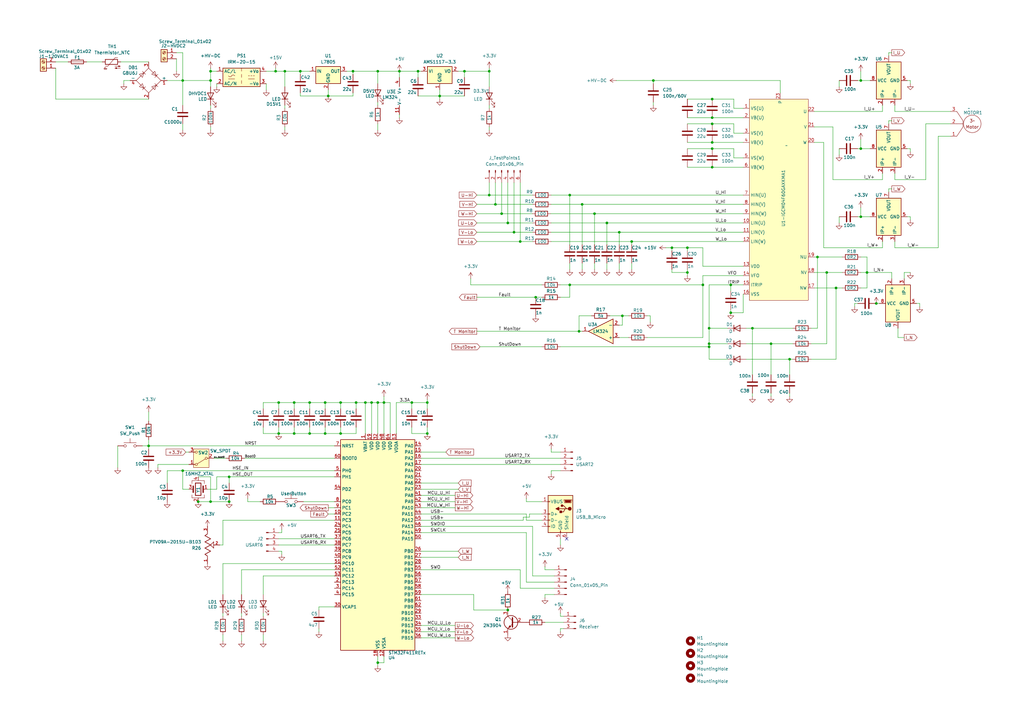
<source format=kicad_sch>
(kicad_sch (version 20231120) (generator "eeschema") (generator_version "8.0")
  (paper "A3")
  (title_block (title "AC Motor Driver") (date "2024-11-03") (rev "2"))
  (junction (at 154.94 271.78))
  (junction (at 292.1 58.42))
  (junction (at 168.91 165.1))
  (junction (at 133.35 177.8))
  (junction (at 205.74 87.63))
  (junction (at 290.83 140.97))
  (junction (at 290.83 142.24))
  (junction (at 208.28 250.19))
  (junction (at 190.5 29.21))
  (junction (at 86.36 205.74))
  (junction (at 292.1 68.58))
  (junction (at 323.85 147.32))
  (junction (at 259.08 99.06))
  (junction (at 339.09 111.76))
  (junction (at 74.93 193.04))
  (junction (at 113.03 29.21))
  (junction (at 248.92 91.44))
  (junction (at 127 165.1))
  (junction (at 154.94 29.21))
  (junction (at 292.1 40.64))
  (junction (at 127 177.8))
  (junction (at 139.7 165.1))
  (junction (at 288.29 116.84))
  (junction (at 281.94 101.6))
  (junction (at 292.1 50.8))
  (junction (at 171.45 29.21))
  (junction (at 210.82 95.25))
  (junction (at 355.6 111.76))
  (junction (at 114.3 177.8))
  (junction (at 219.71 121.92))
  (junction (at 120.65 177.8))
  (junction (at 203.2 83.82))
  (junction (at 163.83 29.21))
  (junction (at 139.7 177.8))
  (junction (at 149.86 165.1))
  (junction (at 237.49 135.89))
  (junction (at 267.97 33.02))
  (junction (at 335.28 105.41))
  (junction (at 308.61 134.62))
  (junction (at 292.1 48.26))
  (junction (at 233.68 80.01))
  (junction (at 154.94 165.1))
  (junction (at 116.84 29.21))
  (junction (at 359.41 124.46))
  (junction (at 74.93 33.02))
  (junction (at 200.66 29.21))
  (junction (at 208.28 91.44))
  (junction (at 353.06 88.9))
  (junction (at 233.68 116.84))
  (junction (at 254 95.25))
  (junction (at 175.26 177.8))
  (junction (at 213.36 99.06))
  (junction (at 86.36 33.02))
  (junction (at 299.72 128.27))
  (junction (at 146.05 165.1))
  (junction (at 93.98 195.58))
  (junction (at 114.3 165.1))
  (junction (at 255.27 129.54))
  (junction (at 275.59 101.6))
  (junction (at 200.66 80.01))
  (junction (at 133.35 165.1))
  (junction (at 180.34 39.37))
  (junction (at 290.83 134.62))
  (junction (at 134.62 39.37))
  (junction (at 120.65 165.1))
  (junction (at 243.84 87.63))
  (junction (at 292.1 60.96))
  (junction (at 175.26 165.1))
  (junction (at 157.48 165.1))
  (junction (at 123.19 29.21))
  (junction (at 299.72 116.84))
  (junction (at 353.06 33.02))
  (junction (at 316.23 140.97))
  (junction (at 93.98 205.74))
  (junction (at 281.94 111.76))
  (junction (at 81.28 205.74))
  (junction (at 86.36 29.21))
  (junction (at 342.9 118.11))
  (junction (at 353.06 60.96))
  (junction (at 144.78 29.21))
  (junction (at 152.4 165.1))
  (junction (at 60.96 182.88))
  (junction (at 238.76 83.82))
  (no_connect (at 232.41 220.98))
  (wire (pts (xy 172.72 205.74) (xy 186.69 205.74)))
  (wire (pts (xy 123.19 39.37) (xy 123.19 38.1)))
  (wire (pts (xy 172.72 200.66) (xy 187.96 200.66)))
  (wire (pts (xy 205.74 87.63) (xy 218.2688 87.63)))
  (wire (pts (xy 265.43 129.54) (xy 266.7 129.54)))
  (wire (pts (xy 172.72 187.96) (xy 229.87 187.96)))
  (wire (pts (xy 120.65 175.26) (xy 120.65 177.8)))
  (wire (pts (xy 190.5 29.21) (xy 200.66 29.21)))
  (wire (pts (xy 210.82 74.93) (xy 210.82 95.25)))
  (wire (pts (xy 195.58 99.06) (xy 213.36 99.06)))
  (wire (pts (xy 133.35 175.26) (xy 133.35 177.8)))
  (wire (pts (xy 152.4 165.1) (xy 149.86 165.1)))
  (wire (pts (xy 116.84 29.21) (xy 113.03 29.21)))
  (wire (pts (xy 91.44 251.46) (xy 91.44 252.73)))
  (wire (pts (xy 194.31 250.19) (xy 208.28 250.19)))
  (wire (pts (xy 292.1 48.26) (xy 304.8 48.26)))
  (wire (pts (xy 267.97 34.29) (xy 267.97 33.02)))
  (wire (pts (xy 353.06 85.09) (xy 353.06 88.9)))
  (wire (pts (xy 154.94 273.05) (xy 154.94 271.78)))
  (wire (pts (xy 379.73 50.8) (xy 379.73 73.66)))
  (wire (pts (xy 107.95 260.35) (xy 107.95 262.89)))
  (wire (pts (xy 163.83 29.21) (xy 171.45 29.21)))
  (wire (pts (xy 320.04 33.02) (xy 320.04 38.1)))
  (wire (pts (xy 72.39 24.13) (xy 72.39 29.21)))
  (wire (pts (xy 267.97 41.91) (xy 267.97 43.18)))
  (wire (pts (xy 237.49 135.89) (xy 238.76 135.89)))
  (wire (pts (xy 353.06 88.9) (xy 356.87 88.9)))
  (wire (pts (xy 175.26 165.1) (xy 168.91 165.1)))
  (wire (pts (xy 133.35 165.1) (xy 133.35 167.64)))
  (wire (pts (xy 123.19 30.48) (xy 123.19 29.21)))
  (wire (pts (xy 379.73 73.66) (xy 367.03 73.66)))
  (wire (pts (xy 146.05 175.26) (xy 146.05 177.8)))
  (wire (pts (xy 88.9 34.29) (xy 88.9 35.56)))
  (wire (pts (xy 353.06 33.02) (xy 356.87 33.02)))
  (wire (pts (xy 370.84 138.43) (xy 368.3 138.43)))
  (wire (pts (xy 116.84 43.18) (xy 116.84 44.45)))
  (wire (pts (xy 106.68 205.74) (xy 101.6 205.74)))
  (wire (pts (xy 355.6 111.76) (xy 365.76 111.76)))
  (wire (pts (xy 292.1 68.58) (xy 304.8 68.58)))
  (wire (pts (xy 215.9 213.36) (xy 222.25 213.36)))
  (wire (pts (xy 137.16 248.92) (xy 130.81 248.92)))
  (wire (pts (xy 288.29 109.22) (xy 304.8 109.22)))
  (wire (pts (xy 304.8 91.44) (xy 248.92 91.44)))
  (wire (pts (xy 123.19 29.21) (xy 127 29.21)))
  (wire (pts (xy 254 95.25) (xy 254 100.33)))
  (wire (pts (xy 370.84 111.76) (xy 373.38 111.76)))
  (wire (pts (xy 213.36 233.68) (xy 213.36 241.3)))
  (wire (pts (xy 259.08 99.06) (xy 259.08 100.33)))
  (wire (pts (xy 355.6 118.11) (xy 355.6 111.76)))
  (wire (pts (xy 248.92 91.44) (xy 248.92 100.33)))
  (wire (pts (xy 233.68 80.01) (xy 304.8 80.01)))
  (wire (pts (xy 306.07 140.97) (xy 316.23 140.97)))
  (wire (pts (xy 200.66 27.94) (xy 200.66 29.21)))
  (wire (pts (xy 107.95 236.22) (xy 107.95 243.84)))
  (wire (pts (xy 372.11 88.9) (xy 373.38 88.9)))
  (wire (pts (xy 160.02 177.8) (xy 160.02 165.1)))
  (wire (pts (xy 193.04 114.3) (xy 193.04 116.84)))
  (wire (pts (xy 60.96 184.15) (xy 60.96 182.88)))
  (wire (pts (xy 157.48 269.24) (xy 157.48 271.78)))
  (wire (pts (xy 87.63 187.96) (xy 92.71 187.96)))
  (wire (pts (xy 226.06 83.82) (xy 238.76 83.82)))
  (wire (pts (xy 275.59 101.6) (xy 281.94 101.6)))
  (wire (pts (xy 290.83 134.62) (xy 290.83 140.97)))
  (wire (pts (xy 116.84 29.21) (xy 116.84 35.56)))
  (wire (pts (xy 226.06 185.42) (xy 226.06 184.15)))
  (wire (pts (xy 114.3 226.06) (xy 115.57 226.06)))
  (wire (pts (xy 195.58 83.82) (xy 203.2 83.82)))
  (wire (pts (xy 193.04 116.84) (xy 222.25 116.84)))
  (wire (pts (xy 172.72 233.68) (xy 213.36 233.68)))
  (wire (pts (xy 127 165.1) (xy 133.35 165.1)))
  (wire (pts (xy 368.3 138.43) (xy 368.3 134.62)))
  (wire (pts (xy 281.94 58.42) (xy 292.1 58.42)))
  (wire (pts (xy 81.28 205.74) (xy 86.36 205.74)))
  (wire (pts (xy 60.96 182.88) (xy 137.16 182.88)))
  (wire (pts (xy 373.38 33.02) (xy 373.38 34.29)))
  (wire (pts (xy 22.86 40.64) (xy 22.86 27.94)))
  (wire (pts (xy 127 175.26) (xy 127 177.8)))
  (wire (pts (xy 203.2 74.93) (xy 203.2 83.82)))
  (wire (pts (xy 335.28 134.62) (xy 335.28 105.41)))
  (wire (pts (xy 243.84 107.95) (xy 243.84 110.49)))
  (wire (pts (xy 226.06 91.44) (xy 248.92 91.44)))
  (wire (pts (xy 215.9 205.74) (xy 215.9 204.47)))
  (wire (pts (xy 168.91 165.1) (xy 162.56 165.1)))
  (wire (pts (xy 292.1 58.42) (xy 304.8 58.42)))
  (wire (pts (xy 139.7 177.8) (xy 133.35 177.8)))
  (wire (pts (xy 300.99 64.77) (xy 300.99 60.96)))
  (wire (pts (xy 99.06 243.84) (xy 99.06 233.68)))
  (wire (pts (xy 113.03 27.94) (xy 113.03 29.21)))
  (wire (pts (xy 163.83 46.99) (xy 163.83 48.26)))
  (wire (pts (xy 292.1 40.64) (xy 281.94 40.64)))
  (wire (pts (xy 316.23 161.29) (xy 316.23 162.56)))
  (wire (pts (xy 231.14 252.73) (xy 229.87 252.73)))
  (wire (pts (xy 365.76 114.3) (xy 365.76 111.76)))
  (wire (pts (xy 344.17 88.9) (xy 344.17 91.44)))
  (wire (pts (xy 281.94 111.76) (xy 281.94 110.49)))
  (wire (pts (xy 361.95 101.6) (xy 337.82 101.6)))
  (wire (pts (xy 74.93 33.02) (xy 86.36 33.02)))
  (wire (pts (xy 195.58 135.89) (xy 237.49 135.89)))
  (wire (pts (xy 124.46 205.74) (xy 137.16 205.74)))
  (wire (pts (xy 144.78 29.21) (xy 154.94 29.21)))
  (wire (pts (xy 22.86 40.64) (xy 60.96 40.64)))
  (wire (pts (xy 49.53 25.4) (xy 60.96 25.4)))
  (wire (pts (xy 361.95 73.66) (xy 361.95 71.12)))
  (wire (pts (xy 172.72 256.54) (xy 186.69 256.54)))
  (wire (pts (xy 74.93 50.8) (xy 74.93 53.34)))
  (wire (pts (xy 115.57 217.17) (xy 115.57 218.44)))
  (wire (pts (xy 281.94 113.03) (xy 281.94 111.76)))
  (wire (pts (xy 200.66 52.07) (xy 200.66 53.34)))
  (wire (pts (xy 101.6 204.47) (xy 101.6 205.74)))
  (wire (pts (xy 196.85 142.24) (xy 222.25 142.24)))
  (wire (pts (xy 254 138.43) (xy 257.81 138.43)))
  (wire (pts (xy 139.7 165.1) (xy 146.05 165.1)))
  (wire (pts (xy 210.82 95.25) (xy 218.44 95.25)))
  (wire (pts (xy 217.17 212.09) (xy 214.63 212.09)))
  (wire (pts (xy 361.95 101.6) (xy 361.95 99.06)))
  (wire (pts (xy 300.99 40.64) (xy 292.1 40.64)))
  (wire (pts (xy 344.17 60.96) (xy 344.17 63.5)))
  (wire (pts (xy 237.49 129.54) (xy 237.49 135.89)))
  (wire (pts (xy 134.62 208.28) (xy 137.16 208.28)))
  (wire (pts (xy 144.78 30.48) (xy 144.78 29.21)))
  (wire (pts (xy 120.65 165.1) (xy 120.65 167.64)))
  (wire (pts (xy 373.38 88.9) (xy 373.38 90.17)))
  (wire (pts (xy 361.95 45.72) (xy 334.01 45.72)))
  (wire (pts (xy 60.96 168.91) (xy 60.96 172.72)))
  (wire (pts (xy 200.66 43.18) (xy 200.66 44.45)))
  (wire (pts (xy 142.24 29.21) (xy 144.78 29.21)))
  (wire (pts (xy 214.63 212.09) (xy 214.63 213.36)))
  (wire (pts (xy 114.3 165.1) (xy 120.65 165.1)))
  (wire (pts (xy 215.9 238.76) (xy 215.9 218.44)))
  (wire (pts (xy 316.23 140.97) (xy 316.23 153.67)))
  (wire (pts (xy 93.98 195.58) (xy 137.16 195.58)))
  (wire (pts (xy 223.52 233.68) (xy 223.52 232.41)))
  (wire (pts (xy 300.99 54.61) (xy 300.99 50.8)))
  (wire (pts (xy 304.8 44.45) (xy 300.99 44.45)))
  (wire (pts (xy 361.95 43.18) (xy 361.95 45.72)))
  (wire (pts (xy 233.68 121.92) (xy 233.68 116.84)))
  (wire (pts (xy 48.26 182.88) (xy 48.26 191.77)))
  (wire (pts (xy 337.82 58.42) (xy 334.01 58.42)))
  (wire (pts (xy 367.03 71.12) (xy 367.03 73.66)))
  (wire (pts (xy 93.98 195.58) (xy 88.9 195.58)))
  (wire (pts (xy 339.09 140.97) (xy 339.09 111.76)))
  (wire (pts (xy 226.06 99.06) (xy 259.08 99.06)))
  (wire (pts (xy 154.94 29.21) (xy 163.83 29.21)))
  (wire (pts (xy 290.83 116.84) (xy 299.72 116.84)))
  (wire (pts (xy 229.87 220.98) (xy 229.87 223.52)))
  (wire (pts (xy 175.26 165.1) (xy 175.26 163.83)))
  (wire (pts (xy 107.95 175.26) (xy 107.95 177.8)))
  (wire (pts (xy 259.08 99.06) (xy 304.8 99.06)))
  (wire (pts (xy 227.33 243.84) (xy 223.52 243.84)))
  (wire (pts (xy 58.42 182.88) (xy 60.96 182.88)))
  (wire (pts (xy 64.77 190.5) (xy 64.77 191.77)))
  (wire (pts (xy 308.61 134.62) (xy 308.61 153.67)))
  (wire (pts (xy 154.94 271.78) (xy 154.94 269.24)))
  (wire (pts (xy 353.06 60.96) (xy 351.79 60.96)))
  (wire (pts (xy 195.58 91.44) (xy 208.28 91.44)))
  (wire (pts (xy 299.72 128.27) (xy 299.72 127)))
  (wire (pts (xy 50.8 33.02) (xy 50.8 34.29)))
  (wire (pts (xy 225.8888 87.63) (xy 243.84 87.63)))
  (wire (pts (xy 172.72 203.2) (xy 186.69 203.2)))
  (wire (pts (xy 323.85 147.32) (xy 323.85 153.67)))
  (wire (pts (xy 226.06 95.25) (xy 254 95.25)))
  (wire (pts (xy 320.04 33.02) (xy 267.97 33.02)))
  (wire (pts (xy 100.33 187.96) (xy 137.16 187.96)))
  (wire (pts (xy 323.85 147.32) (xy 325.12 147.32)))
  (wire (pts (xy 154.94 41.91) (xy 154.94 43.18)))
  (wire (pts (xy 107.95 165.1) (xy 114.3 165.1)))
  (wire (pts (xy 149.86 177.8) (xy 149.86 165.1)))
  (wire (pts (xy 86.36 52.07) (xy 86.36 53.34)))
  (wire (pts (xy 91.44 231.14) (xy 91.44 243.84)))
  (wire (pts (xy 139.7 175.26) (xy 139.7 177.8)))
  (wire (pts (xy 208.28 91.44) (xy 218.44 91.44)))
  (wire (pts (xy 60.96 180.34) (xy 60.96 182.88)))
  (wire (pts (xy 365.76 21.59) (xy 364.49 21.59)))
  (wire (pts (xy 353.06 57.15) (xy 353.06 60.96)))
  (wire (pts (xy 157.48 165.1) (xy 154.94 165.1)))
  (wire (pts (xy 372.11 60.96) (xy 373.38 60.96)))
  (wire (pts (xy 114.3 175.26) (xy 114.3 177.8)))
  (wire (pts (xy 200.66 29.21) (xy 200.66 35.56)))
  (wire (pts (xy 116.84 29.21) (xy 123.19 29.21)))
  (wire (pts (xy 168.91 175.26) (xy 168.91 177.8)))
  (wire (pts (xy 223.52 255.27) (xy 231.14 255.27)))
  (wire (pts (xy 195.58 80.01) (xy 200.66 80.01)))
  (wire (pts (xy 172.72 259.08) (xy 186.69 259.08)))
  (wire (pts (xy 134.62 36.83) (xy 134.62 39.37)))
  (wire (pts (xy 215.9 205.74) (xy 222.25 205.74)))
  (wire (pts (xy 353.06 29.21) (xy 353.06 33.02)))
  (wire (pts (xy 99.06 251.46) (xy 99.06 252.73)))
  (wire (pts (xy 115.57 226.06) (xy 115.57 227.33)))
  (wire (pts (xy 86.36 205.74) (xy 93.98 205.74)))
  (wire (pts (xy 91.44 231.14) (xy 137.16 231.14)))
  (wire (pts (xy 384.81 101.6) (xy 384.81 55.88)))
  (wire (pts (xy 172.72 226.06) (xy 187.96 226.06)))
  (wire (pts (xy 243.84 87.63) (xy 243.84 100.33)))
  (wire (pts (xy 213.36 99.06) (xy 218.44 99.06)))
  (wire (pts (xy 146.05 177.8) (xy 139.7 177.8)))
  (wire (pts (xy 341.63 52.07) (xy 341.63 73.66)))
  (wire (pts (xy 109.22 29.21) (xy 113.03 29.21)))
  (wire (pts (xy 130.81 257.81) (xy 130.81 259.08)))
  (wire (pts (xy 339.09 111.76) (xy 345.44 111.76)))
  (wire (pts (xy 149.86 165.1) (xy 146.05 165.1)))
  (wire (pts (xy 107.95 177.8) (xy 114.3 177.8)))
  (wire (pts (xy 365.76 77.47) (xy 364.49 77.47)))
  (wire (pts (xy 275.59 111.76) (xy 275.59 110.49)))
  (wire (pts (xy 76.2 185.42) (xy 77.47 185.42)))
  (wire (pts (xy 344.17 33.02) (xy 344.17 35.56)))
  (wire (pts (xy 300.99 50.8) (xy 292.1 50.8)))
  (wire (pts (xy 377.19 124.46) (xy 375.92 124.46)))
  (wire (pts (xy 81.28 195.58) (xy 86.36 195.58)))
  (wire (pts (xy 359.41 124.46) (xy 360.68 124.46)))
  (wire (pts (xy 154.94 50.8) (xy 154.94 53.34)))
  (wire (pts (xy 389.89 50.8) (xy 379.73 50.8)))
  (wire (pts (xy 233.68 107.95) (xy 233.68 110.49)))
  (wire (pts (xy 233.68 116.84) (xy 288.29 116.84)))
  (wire (pts (xy 299.72 128.27) (xy 304.8 128.27)))
  (wire (pts (xy 299.72 116.84) (xy 304.8 116.84)))
  (wire (pts (xy 300.99 60.96) (xy 292.1 60.96)))
  (wire (pts (xy 53.34 33.02) (xy 50.8 33.02)))
  (wire (pts (xy 172.72 210.82) (xy 215.9 210.82)))
  (wire (pts (xy 213.36 241.3) (xy 227.33 241.3)))
  (wire (pts (xy 227.33 233.68) (xy 223.52 233.68)))
  (wire (pts (xy 144.78 39.37) (xy 144.78 38.1)))
  (wire (pts (xy 290.83 142.24) (xy 290.83 147.32)))
  (wire (pts (xy 367.03 101.6) (xy 384.81 101.6)))
  (wire (pts (xy 208.28 74.93) (xy 208.28 91.44)))
  (wire (pts (xy 74.93 193.04) (xy 137.16 193.04)))
  (wire (pts (xy 288.29 113.03) (xy 288.29 116.84)))
  (wire (pts (xy 91.44 213.36) (xy 137.16 213.36)))
  (wire (pts (xy 243.84 87.63) (xy 304.8 87.63)))
  (wire (pts (xy 292.1 60.96) (xy 281.94 60.96)))
  (wire (pts (xy 332.74 134.62) (xy 335.28 134.62)))
  (wire (pts (xy 292.1 50.8) (xy 281.94 50.8)))
  (wire (pts (xy 99.06 260.35) (xy 99.06 262.89)))
  (wire (pts (xy 187.96 29.21) (xy 190.5 29.21)))
  (wire (pts (xy 88.9 29.21) (xy 86.36 29.21)))
  (wire (pts (xy 114.3 220.98) (xy 137.16 220.98)))
  (wire (pts (xy 266.7 129.54) (xy 266.7 132.08)))
  (wire (pts (xy 72.39 21.59) (xy 74.93 21.59)))
  (wire (pts (xy 222.25 210.82) (xy 217.17 210.82)))
  (wire (pts (xy 134.62 39.37) (xy 144.78 39.37)))
  (wire (pts (xy 86.36 43.18) (xy 86.36 44.45)))
  (wire (pts (xy 107.95 251.46) (xy 107.95 252.73)))
  (wire (pts (xy 304.8 54.61) (xy 300.99 54.61)))
  (wire (pts (xy 341.63 73.66) (xy 361.95 73.66)))
  (wire (pts (xy 194.31 243.84) (xy 194.31 250.19)))
  (wire (pts (xy 364.49 77.47) (xy 364.49 78.74)))
  (wire (pts (xy 180.34 39.37) (xy 190.5 39.37)))
  (wire (pts (xy 68.58 198.12) (xy 68.58 193.04)))
  (wire (pts (xy 334.01 105.41) (xy 335.28 105.41)))
  (wire (pts (xy 364.49 49.53) (xy 364.49 50.8)))
  (wire (pts (xy 146.05 167.64) (xy 146.05 165.1)))
  (wire (pts (xy 152.4 177.8) (xy 152.4 165.1)))
  (wire (pts (xy 265.43 138.43) (xy 288.29 138.43)))
  (wire (pts (xy 334.01 118.11) (xy 342.9 118.11)))
  (wire (pts (xy 342.9 147.32) (xy 342.9 118.11)))
  (wire (pts (xy 353.06 118.11) (xy 355.6 118.11)))
  (wire (pts (xy 171.45 39.37) (xy 180.34 39.37)))
  (wire (pts (xy 154.94 34.29) (xy 154.94 29.21)))
  (wire (pts (xy 290.83 140.97) (xy 290.83 142.24)))
  (wire (pts (xy 316.23 140.97) (xy 325.12 140.97)))
  (wire (pts (xy 367.03 45.72) (xy 389.89 45.72)))
  (wire (pts (xy 86.36 33.02) (xy 86.36 29.21)))
  (wire (pts (xy 255.27 129.54) (xy 255.27 133.35)))
  (wire (pts (xy 171.45 29.21) (xy 172.72 29.21)))
  (wire (pts (xy 200.66 80.01) (xy 218.44 80.01)))
  (wire (pts (xy 218.44 236.22) (xy 227.33 236.22)))
  (wire (pts (xy 91.44 260.35) (xy 91.44 262.89)))
  (wire (pts (xy 200.66 74.93) (xy 200.66 80.01)))
  (wire (pts (xy 171.45 29.21) (xy 171.45 31.75)))
  (wire (pts (xy 332.74 147.32) (xy 342.9 147.32)))
  (wire (pts (xy 238.76 107.95) (xy 238.76 110.49)))
  (wire (pts (xy 353.06 60.96) (xy 356.87 60.96)))
  (wire (pts (xy 157.48 177.8) (xy 157.48 165.1)))
  (wire (pts (xy 298.45 147.32) (xy 290.83 147.32)))
  (wire (pts (xy 115.57 218.44) (xy 114.3 218.44)))
  (wire (pts (xy 229.87 121.92) (xy 233.68 121.92)))
  (wire (pts (xy 116.84 52.07) (xy 116.84 53.34)))
  (wire (pts (xy 226.06 193.04) (xy 226.06 194.31)))
  (wire (pts (xy 91.44 223.52) (xy 90.17 223.52)))
  (wire (pts (xy 213.36 74.93) (xy 213.36 99.06)))
  (wire (pts (xy 355.6 111.76) (xy 353.06 111.76)))
  (wire (pts (xy 205.74 74.93) (xy 205.74 87.63)))
  (wire (pts (xy 120.65 165.1) (xy 127 165.1)))
  (wire (pts (xy 35.56 25.4) (xy 41.91 25.4)))
  (wire (pts (xy 299.72 119.38) (xy 299.72 116.84)))
  (wire (pts (xy 157.48 162.56) (xy 157.48 165.1)))
  (wire (pts (xy 231.14 257.81) (xy 229.87 257.81)))
  (wire (pts (xy 290.83 134.62) (xy 298.45 134.62)))
  (wire (pts (xy 157.48 271.78) (xy 154.94 271.78)))
  (wire (pts (xy 334.01 52.07) (xy 341.63 52.07)))
  (wire (pts (xy 172.72 215.9) (xy 218.44 215.9)))
  (wire (pts (xy 304.8 120.65) (xy 304.8 128.27)))
  (wire (pts (xy 172.72 190.5) (xy 229.87 190.5)))
  (wire (pts (xy 229.87 116.84) (xy 233.68 116.84)))
  (wire (pts (xy 254 107.95) (xy 254 110.49)))
  (wire (pts (xy 222.25 121.92) (xy 219.71 121.92)))
  (wire (pts (xy 275.59 102.87) (xy 275.59 101.6)))
  (wire (pts (xy 172.72 218.44) (xy 215.9 218.44)))
  (wire (pts (xy 190.5 29.21) (xy 190.5 31.75)))
  (wire (pts (xy 134.62 39.37) (xy 123.19 39.37)))
  (wire (pts (xy 248.92 107.95) (xy 248.92 110.49)))
  (wire (pts (xy 254 95.25) (xy 304.8 95.25)))
  (wire (pts (xy 238.76 83.82) (xy 238.76 100.33)))
  (wire (pts (xy 350.52 124.46) (xy 350.52 125.73)))
  (wire (pts (xy 306.07 134.62) (xy 308.61 134.62)))
  (wire (pts (xy 233.68 80.01) (xy 233.68 100.33)))
  (wire (pts (xy 288.29 138.43) (xy 288.29 116.84)))
  (wire (pts (xy 365.76 49.53) (xy 364.49 49.53)))
  (wire (pts (xy 353.06 105.41) (xy 355.6 105.41)))
  (wire (pts (xy 93.98 195.58) (xy 93.98 198.12)))
  (wire (pts (xy 259.08 107.95) (xy 259.08 110.49)))
  (wire (pts (xy 86.36 29.21) (xy 86.36 27.94)))
  (wire (pts (xy 109.22 36.83) (xy 109.22 34.29)))
  (wire (pts (xy 180.34 40.64) (xy 180.34 39.37)))
  (wire (pts (xy 229.87 185.42) (xy 226.06 185.42)))
  (wire (pts (xy 298.45 140.97) (xy 290.83 140.97)))
  (wire (pts (xy 281.94 101.6) (xy 281.94 102.87)))
  (wire (pts (xy 332.74 140.97) (xy 339.09 140.97)))
  (wire (pts (xy 308.61 134.62) (xy 325.12 134.62)))
  (wire (pts (xy 300.99 44.45) (xy 300.99 40.64)))
  (wire (pts (xy 74.93 193.04) (xy 74.93 200.66)))
  (wire (pts (xy 223.52 243.84) (xy 223.52 245.11)))
  (wire (pts (xy 377.19 124.46) (xy 377.19 125.73)))
  (wire (pts (xy 154.94 165.1) (xy 152.4 165.1)))
  (wire (pts (xy 217.17 210.82) (xy 217.17 212.09)))
  (wire (pts (xy 229.87 252.73) (xy 229.87 251.46)))
  (wire (pts (xy 195.58 121.92) (xy 219.71 121.92)))
  (wire (pts (xy 290.83 134.62) (xy 290.83 116.84)))
  (wire (pts (xy 114.3 223.52) (xy 137.16 223.52)))
  (wire (pts (xy 74.93 200.66) (xy 77.47 200.66)))
  (wire (pts (xy 334.01 111.76) (xy 339.09 111.76)))
  (wire (pts (xy 77.47 190.5) (xy 64.77 190.5)))
  (wire (pts (xy 353.06 88.9) (xy 351.79 88.9)))
  (wire (pts (xy 255.27 129.54) (xy 257.81 129.54)))
  (wire (pts (xy 127 165.1) (xy 127 167.64)))
  (wire (pts (xy 250.19 129.54) (xy 255.27 129.54)))
  (wire (pts (xy 88.9 195.58) (xy 88.9 200.66)))
  (wire (pts (xy 372.11 33.02) (xy 373.38 33.02)))
  (wire (pts (xy 74.93 33.02) (xy 74.93 43.18)))
  (wire (pts (xy 172.72 185.42) (xy 182.88 185.42)))
  (wire (pts (xy 172.72 198.12) (xy 187.96 198.12)))
  (wire (pts (xy 160.02 165.1) (xy 157.48 165.1)))
  (wire (pts (xy 227.33 238.76) (xy 215.9 238.76)))
  (wire (pts (xy 168.91 167.64) (xy 168.91 165.1)))
  (wire (pts (xy 308.61 161.29) (xy 308.61 162.56)))
  (wire (pts (xy 139.7 165.1) (xy 139.7 167.64)))
  (wire (pts (xy 342.9 118.11) (xy 345.44 118.11)))
  (wire (pts (xy 120.65 177.8) (xy 127 177.8)))
  (wire (pts (xy 162.56 165.1) (xy 162.56 177.8)))
  (wire (pts (xy 254 133.35) (xy 255.27 133.35)))
  (wire (pts (xy 353.06 33.02) (xy 351.79 33.02)))
  (wire (pts (xy 130.81 248.92) (xy 130.81 250.19)))
  (wire (pts (xy 133.35 165.1) (xy 139.7 165.1)))
  (wire (pts (xy 281.94 101.6) (xy 288.29 101.6)))
  (wire (pts (xy 180.34 36.83) (xy 180.34 39.37)))
  (wire (pts (xy 373.38 60.96) (xy 373.38 62.23)))
  (wire (pts (xy 127 177.8) (xy 133.35 177.8)))
  (wire (pts (xy 304.8 64.77) (xy 300.99 64.77)))
  (wire (pts (xy 168.91 177.8) (xy 175.26 177.8)))
  (wire (pts (xy 304.8 83.82) (xy 238.76 83.82)))
  (wire (pts (xy 229.87 257.81) (xy 229.87 259.08)))
  (wire (pts (xy 364.49 21.59) (xy 364.49 22.86)))
  (wire (pts (xy 370.84 114.3) (xy 370.84 111.76)))
  (wire (pts (xy 337.82 101.6) (xy 337.82 58.42)))
  (wire (pts (xy 323.85 161.29) (xy 323.85 162.56)))
  (wire (pts (xy 195.58 87.63) (xy 205.74 87.63)))
  (wire (pts (xy 367.03 45.72) (xy 367.03 43.18)))
  (wire (pts (xy 107.95 167.64) (xy 107.95 165.1)))
  (wire (pts (xy 91.44 213.36) (xy 91.44 223.52)))
  (wire (pts (xy 134.62 210.82) (xy 137.16 210.82)))
  (wire (pts (xy 335.28 105.41) (xy 345.44 105.41)))
  (wire (pts (xy 273.05 101.6) (xy 275.59 101.6)))
  (wire (pts (xy 187.96 228.6) (xy 172.72 228.6)))
  (wire (pts (xy 281.94 68.58) (xy 292.1 68.58)))
  (wire (pts (xy 172.72 208.28) (xy 186.69 208.28)))
  (wire (pts (xy 252.73 33.02) (xy 267.97 33.02)))
  (wire (pts (xy 215.9 210.82) (xy 215.9 213.36)))
  (wire (pts (xy 172.72 243.84) (xy 194.31 243.84)))
  (wire (pts (xy 195.58 95.25) (xy 210.82 95.25)))
  (wire (pts (xy 68.58 33.02) (xy 74.93 33.02)))
  (wire (pts (xy 114.3 165.1) (xy 114.3 167.64)))
  (wire (pts (xy 203.2 83.82) (xy 218.44 83.82)))
  (wire (pts (xy 306.07 147.32) (xy 323.85 147.32)))
  (wire (pts (xy 86.36 33.02) (xy 86.36 35.56)))
  (wire (pts (xy 175.26 175.26) (xy 175.26 177.8)))
  (wire (pts (xy 22.86 25.4) (xy 27.94 25.4)))
  (wire (pts (xy 367.03 99.06) (xy 367.03 101.6)))
  (wire (pts (xy 74.93 21.59) (xy 74.93 33.02)))
  (wire (pts (xy 242.57 129.54) (xy 237.49 129.54)))
  (wire (pts (xy 384.81 55.88) (xy 389.89 55.88)))
  (wire (pts (xy 175.26 167.64) (xy 175.26 165.1)))
  (wire (pts (xy 137.16 236.22) (xy 107.95 236.22)))
  (wire (pts (xy 275.59 111.76) (xy 281.94 111.76)))
  (wire (pts (xy 68.58 193.04) (xy 74.93 193.04)))
  (wire (pts (xy 355.6 105.41) (xy 355.6 111.76)))
  (wire (pts (xy 99.06 233.68) (xy 137.16 233.68)))
  (wire (pts (xy 114.3 177.8) (xy 120.65 177.8)))
  (wire (pts (xy 218.44 215.9) (xy 218.44 236.22)))
  (wire (pts (xy 172.72 213.36) (xy 214.63 213.36)))
  (wire (pts (xy 226.06 80.01) (xy 233.68 80.01)))
  (wire (pts (xy 154.94 177.8) (xy 154.94 165.1)))
  (wire (pts (xy 163.83 31.75) (xy 163.83 29.21)))
  (wire (pts (xy 85.09 200.66) (xy 88.9 200.66)))
  (wire (pts (xy 351.79 124.46) (xy 350.52 124.46)))
  (wire (pts (xy 86.36 195.58) (xy 86.36 205.74)))
  (wire (pts (xy 229.87 142.24) (xy 290.83 142.24)))
  (wire (pts (xy 281.94 48.26) (xy 292.1 48.26)))
  (wire (pts (xy 288.29 113.03) (xy 304.8 113.03)))
  (wire (pts (xy 172.72 261.62) (xy 186.69 261.62)))
  (wire (pts (xy 288.29 101.6) (xy 288.29 109.22)))
  (wire (pts (xy 229.87 193.04) (xy 226.06 193.04)))
  (label "I_W-" (at 372.11 101.6 0))
  (label "V_Hi" (at 293.37 83.82 0))
  (label "sw_boot0" (at 87.63 187.96 0) (effects (font (size 0.635 0.635))))
  (label "W_Lo" (at 293.37 99.06 0))
  (label "HSE_OUT" (at 95.25 195.58 0))
  (label "U_Lo" (at 293.37 91.44 0))
  (label "MCU_U_Lo" (at 175.26 256.54 0))
  (label "MCU_W_Hi" (at 175.0191 208.28 0))
  (label "MCU_W_Lo" (at 175.188 261.62 0))
  (label "MCU_V_Lo" (at 175.26 259.08 0))
  (label "USART2_TX" (at 207.01 187.96 0))
  (label "I_V-" (at 370.84 73.66 0))
  (label "3.3A" (at 163.83 165.1 0))
  (label "I_W+" (at 355.6 101.6 0))
  (label "MCU_V_Hi" (at 175.26 205.74 0))
  (label "MCU_U_Hi" (at 175.26 203.2 0))
  (label "I_U-" (at 370.84 45.72 0))
  (label "ITRIP" (at 298.45 116.84 0))
  (label "I_V+" (at 354.33 73.66 0))
  (label "SWO" (at 176.53 233.68 0))
  (label "Fault" (at 204.47 121.92 0))
  (label "SWDIO" (at 176.53 215.9 0))
  (label "USB+" (at 176.53 213.36 0))
  (label "Boot0" (at 100.33 187.96 0) (effects (font (size 1.016 1.016))))
  (label "USART6_RX" (at 123.19 223.52 0))
  (label "SWCLK" (at 176.53 218.44 0))
  (label "I_N+" (at 358.14 111.76 0))
  (label "HSE_IN" (at 95.25 193.04 0))
  (label "W_Hi" (at 293.37 87.63 0))
  (label "USART2_RX" (at 207.01 190.5 0))
  (label "VFO" (at 298.45 113.03 0))
  (label "I_U+" (at 354.33 45.72 0))
  (label "T Monitor" (at 204.47 135.89 0))
  (label "USB-" (at 176.53 210.82 0))
  (label "ShutDown" (at 204.47 142.24 0))
  (label "USART6_TX" (at 123.19 220.98 0))
  (label "V_Lo" (at 293.37 95.25 0))
  (label "NRST" (at 100.33 182.88 0))
  (label "U_Hi" (at 293.37 80.01 0))
  (global_label "I_V" (shape output) (at 365.76 49.53 0) (property "Intersheetrefs" "${INTERSHEET_REFS}" (effects (hide yes))))
  (global_label "Fault" (shape output) (at 195.58 121.92 180) (property "Intersheetrefs" "${INTERSHEET_REFS}" (effects (hide yes))))
  (global_label "T Monitor" (shape input) (at 182.88 185.42 0) (property "Intersheetrefs" "${INTERSHEET_REFS}" (effects (hide yes))))
  (global_label "V-Lo" (shape input) (at 195.58 95.25 180) (property "Intersheetrefs" "${INTERSHEET_REFS}" (effects (hide yes))))
  (global_label "I_V" (shape input) (at 187.96 200.66 0) (property "Intersheetrefs" "${INTERSHEET_REFS}" (effects (hide yes))))
  (global_label "T Monitor" (shape output) (at 195.58 135.89 180) (property "Intersheetrefs" "${INTERSHEET_REFS}" (effects (hide yes))))
  (global_label "V-Hi" (shape output) (at 186.69 205.74 0) (property "Intersheetrefs" "${INTERSHEET_REFS}" (effects (hide yes))))
  (global_label "I_W" (shape input) (at 187.96 226.06 0) (property "Intersheetrefs" "${INTERSHEET_REFS}" (effects (hide yes))))
  (global_label "I_N" (shape input) (at 187.96 228.6 0) (property "Intersheetrefs" "${INTERSHEET_REFS}" (effects (hide yes))))
  (global_label "U-Hi" (shape output) (at 186.69 203.2 0) (property "Intersheetrefs" "${INTERSHEET_REFS}" (effects (hide yes))))
  (global_label "U-Lo" (shape output) (at 186.69 256.54 0) (property "Intersheetrefs" "${INTERSHEET_REFS}" (effects (hide yes))))
  (global_label "W-Hi" (shape output) (at 186.69 208.28 0) (property "Intersheetrefs" "${INTERSHEET_REFS}" (effects (hide yes))))
  (global_label "U-Hi" (shape input) (at 195.58 80.01 180) (property "Intersheetrefs" "${INTERSHEET_REFS}" (effects (hide yes))))
  (global_label "Fault" (shape input) (at 134.62 210.82 180) (property "Intersheetrefs" "${INTERSHEET_REFS}" (effects (hide yes))))
  (global_label "V-Hi" (shape input) (at 195.58 83.82 180) (property "Intersheetrefs" "${INTERSHEET_REFS}" (effects (hide yes))))
  (global_label "W-Lo" (shape input) (at 195.58 99.06 180) (property "Intersheetrefs" "${INTERSHEET_REFS}" (effects (hide yes))))
  (global_label "I_U" (shape output) (at 365.76 21.59 0) (property "Intersheetrefs" "${INTERSHEET_REFS}" (effects (hide yes))))
  (global_label "I_W" (shape output) (at 365.76 77.47 0) (property "Intersheetrefs" "${INTERSHEET_REFS}" (effects (hide yes))))
  (global_label "U-Lo" (shape input) (at 195.58 91.44 180) (property "Intersheetrefs" "${INTERSHEET_REFS}" (effects (hide yes))))
  (global_label "+3.3V" (shape input) (at 76.2 185.42 180) (property "Intersheetrefs" "${INTERSHEET_REFS}" (effects (hide yes))))
  (global_label "V-Lo" (shape output) (at 186.69 259.08 0) (property "Intersheetrefs" "${INTERSHEET_REFS}" (effects (hide yes))))
  (global_label "ShutDown" (shape input) (at 196.85 142.24 180) (property "Intersheetrefs" "${INTERSHEET_REFS}" (effects (hide yes))))
  (global_label "I_N" (shape output) (at 370.84 138.43 0) (property "Intersheetrefs" "${INTERSHEET_REFS}" (effects (hide yes))))
  (global_label "ShutDown" (shape output) (at 134.62 208.28 180) (property "Intersheetrefs" "${INTERSHEET_REFS}" (effects (hide yes))))
  (global_label "I_U" (shape input) (at 187.96 198.12 0) (property "Intersheetrefs" "${INTERSHEET_REFS}" (effects (hide yes))))
  (global_label "W-Lo" (shape output) (at 186.69 261.62 0) (property "Intersheetrefs" "${INTERSHEET_REFS}" (effects (hide yes))))
  (global_label "W-Hi" (shape input) (at 195.58 87.63 180) (property "Intersheetrefs" "${INTERSHEET_REFS}" (effects (hide yes))))
  (symbol (lib_id "Amplifier_Operational:LM324") (at 166.37 39.37 0) (unit 5)
    (property "Reference" "U3" (at 160.528 37.592 0))
    (property "Value" "LM324" (at 160.02 39.878 0))
    (property "Footprint" "Package_SO:SSOP-14_5.3x6.2mm_P0.65mm" (effects (hide yes)))
    (property "Datasheet" "http://www.ti.com/lit/ds/symlink/lm2902-n.pdf" (effects (hide yes)))
    (property "Description" "Low-Power, Quad-Operational Amplifiers, DIP-14/SOIC-14/SSOP-14" (effects (hide yes)))
  )
  (symbol (lib_id "Device:C") (at 171.45 35.56 0) (mirror y) (unit 1)
    (property "Reference" "C6" (at 170.942 33.274 0) (effects (justify left)))
    (property "Value" "22u" (at 170.942 37.846 0) (effects (justify left)))
    (property "Footprint" "Capacitor_SMD:C_0805_2012Metric" (effects (hide yes)))
  )
  (symbol (lib_id "Device:C") (at 146.05 171.45 0) (mirror y) (unit 1)
    (property "Reference" "C14" (at 145.542 169.164 0) (effects (justify left)))
    (property "Value" "100n" (at 145.542 173.736 0) (effects (justify left)))
    (property "Footprint" "Capacitor_SMD:C_0805_2012Metric" (effects (hide yes)))
  )
  (symbol (lib_id "Device:C") (at 292.1 44.45 0) (unit 1)
    (property "Reference" "C31" (at 295.91 43.18 0) (effects (justify left)))
    (property "Value" "100n" (at 295.91 45.72 0) (effects (justify left)))
    (property "Footprint" "Capacitor_SMD:C_0805_2012Metric" (effects (hide yes)))
  )
  (symbol (lib_id "Device:R") (at 60.96 176.53 0) (unit 1)
    (property "Reference" "R1" (at 58.928 176.276 90))
    (property "Value" "10k" (at 60.96 176.53 90))
    (property "Footprint" "Resistor_SMD:R_0805_2012Metric" (effects (hide yes)))
  )
  (symbol (lib_id "Converter_ACDC:IRM-20-15") (at 99.06 31.75 0) (unit 1)
    (property "Reference" "PS1" (at 99.06 22.86 0))
    (property "Value" "IRM-20-15" (at 99.06 25.4 0))
    (property "Footprint" "Converter_ACDC:Converter_ACDC_MeanWell_IRM-20-xx_THT" (effects (hide yes)))
    (property "Datasheet" "http://www.meanwell.com/Upload/PDF/IRM-20/IRM-20-SPEC.PDF" (effects (hide yes)))
    (property "Description" "15V, 1.4A, 21W, Isolated, AC-DC, 219A(IRM20)" (effects (hide yes)))
  )
  (symbol (lib_id "power:GND") (at 350.52 125.73 0) (mirror y) (unit 1)
    (property "Reference" "#PWR061" (effects (hide yes)))
    (property "Value" "GND" (effects (hide yes)))
  )
  (symbol (lib_id "Device:R") (at 222.25 91.44 270) (unit 1)
    (property "Reference" "R11" (at 217.17 90.17 90))
    (property "Value" "100" (at 222.25 91.44 90))
    (property "Footprint" "Resistor_SMD:R_0805_2012Metric" (effects (hide yes)))
  )
  (symbol (lib_id "power:+3.3V") (at 86.36 27.94 0) (unit 1)
    (property "Reference" "#PWR06" (effects (hide yes)))
    (property "Value" "+HV-DC" (at 86.36 22.86 0))
    (property "Description" "Power symbol creates a global label with name \"+3.3V\"" (effects (hide yes)))
  )
  (symbol (lib_id "power:GND") (at 60.96 191.77 0) (unit 1)
    (property "Reference" "#PWR04" (effects (hide yes)))
    (property "Value" "GND" (effects (hide yes)))
  )
  (symbol (lib_id "power:GND") (at 377.19 125.73 0) (mirror y) (unit 1)
    (property "Reference" "#PWR063" (effects (hide yes)))
    (property "Value" "GND" (effects (hide yes)))
  )
  (symbol (lib_id "Device:C") (at 243.84 104.14 0) (unit 1)
    (property "Reference" "C21" (at 243.84 101.6 0) (effects (justify left)))
    (property "Value" "1n" (at 243.84 106.68 0) (effects (justify left)))
    (property "Footprint" "Capacitor_SMD:C_0805_2012Metric" (effects (hide yes)))
  )
  (symbol (lib_id "Connector:Conn_01x03_Pin") (at 236.22 255.27 0) (mirror y) (unit 1)
    (property "Reference" "J6" (at 238.76 254.508 0))
    (property "Value" "Receiver" (at 241.554 257.048 0))
    (property "Footprint" "Connector_PinHeader_2.54mm:PinHeader_1x03_P2.54mm_Vertical" (effects (hide yes)))
    (property "Description" "Generic connector, single row, 01x03, script generated" (effects (hide yes)))
  )
  (symbol (lib_id "power:GND") (at 154.94 53.34 0) (unit 1)
    (property "Reference" "#PWR021" (effects (hide yes)))
    (property "Value" "GND" (effects (hide yes)))
  )
  (symbol (lib_id "power:+3.3V") (at 101.6 204.47 0) (unit 1)
    (property "Reference" "#PWR015" (effects (hide yes)))
    (property "Value" "+3.3V" (at 101.6 199.39 0))
    (property "Description" "Power symbol creates a global label with name \"+3.3V\"" (effects (hide yes)))
  )
  (symbol (lib_id "Device:D") (at 302.26 134.62 0) (unit 1)
    (property "Reference" "D1" (at 299.212 133.096 0))
    (property "Value" "D" (at 299.72 135.89 0))
    (property "Footprint" "Inductor_SMD:L_1206_3216Metric" (effects (hide yes)))
    (property "Description" "Diode" (effects (hide yes)))
    (property "Sim.Device" "D" (effects (hide yes)))
    (property "Sim.Pins" "1=K 2=A" (effects (hide yes)))
  )
  (symbol (lib_id "Device:R") (at 261.62 138.43 270) (unit 1)
    (property "Reference" "R20" (at 261.62 135.89 90))
    (property "Value" "10k" (at 261.62 138.43 90))
    (property "Footprint" "Resistor_SMD:R_0805_2012Metric" (effects (hide yes)))
  )
  (symbol (lib_id "power:GND") (at 114.3 177.8 0) (unit 1)
    (property "Reference" "#PWR018" (effects (hide yes)))
    (property "Value" "GND" (effects (hide yes)))
  )
  (symbol (lib_id "power:GND") (at 238.76 110.49 0) (unit 1)
    (property "Reference" "#PWR035" (effects (hide yes)))
    (property "Value" "GND" (effects (hide yes)))
  )
  (symbol (lib_id "Device:R") (at 226.06 121.92 270) (unit 1)
    (property "Reference" "R15" (at 226.06 119.38 90))
    (property "Value" "1k" (at 226.06 121.92 90))
    (property "Footprint" "Resistor_SMD:R_0805_2012Metric" (effects (hide yes)))
  )
  (symbol (lib_id "power:GND") (at 115.57 227.33 0) (unit 1)
    (property "Reference" "#PWR020" (effects (hide yes)))
    (property "Value" "GND" (effects (hide yes)))
  )
  (symbol (lib_id "power:+3.3V") (at 353.06 57.15 0) (unit 1)
    (property "Reference" "#PWR053" (effects (hide yes)))
    (property "Value" "+3.3V" (at 353.06 52.07 0))
    (property "Description" "Power symbol creates a global label with name \"+3.3V\"" (effects (hide yes)))
  )
  (symbol (lib_id "Device:LED") (at 107.95 247.65 90) (unit 1)
    (property "Reference" "LD3" (at 101.854 246.888 90) (effects (justify right)))
    (property "Value" "LED" (at 101.854 248.92 90) (effects (justify right)))
    (property "Footprint" "LED_SMD:LED_0805_2012Metric" (effects (hide yes)))
  )
  (symbol (lib_id "Device:C") (at 127 171.45 0) (mirror y) (unit 1)
    (property "Reference" "C11" (at 126.492 169.164 0) (effects (justify left)))
    (property "Value" "100n" (at 126.492 173.736 0) (effects (justify left)))
    (property "Footprint" "Capacitor_SMD:C_0805_2012Metric" (effects (hide yes)))
  )
  (symbol (lib_id "Switch:SW_SPDT") (at 82.55 187.96 180) (unit 1)
    (property "Reference" "SW2" (at 83.312 185.674 0))
    (property "Value" "SW_SPDT" (at 90.424 184.912 0))
    (property "Footprint" "Button_Switch_SMD:SW_SPDT_PCM12" (effects (hide yes)))
    (property "Description" "Switch, single pole double throw" (effects (hide yes)))
  )
  (symbol (lib_id "Transistor_BJT:2N3904") (at 210.82 255.27 0) (mirror y) (unit 1)
    (property "Reference" "Q1" (at 205.74 253.9999 0) (effects (justify left)))
    (property "Value" "2N3904" (at 205.74 256.5399 0) (effects (justify left)))
    (property "Footprint" "Package_TO_SOT_THT:TO-92_Inline" (effects (hide yes)))
    (property "Datasheet" "https://www.onsemi.com/pub/Collateral/2N3903-D.PDF" (effects (hide yes)))
    (property "Description" "0.2A Ic, 40V Vce, Small Signal NPN Transistor, TO-92" (effects (hide yes)))
  )
  (symbol (lib_id "power:+3.3V") (at 163.83 29.21 0) (unit 1)
    (property "Reference" "#PWR024" (effects (hide yes)))
    (property "Value" "+5V" (at 163.83 24.13 0))
    (property "Description" "Power symbol creates a global label with name \"+3.3V\"" (effects (hide yes)))
  )
  (symbol (lib_id "power:+3.3V") (at 115.57 217.17 0) (unit 1)
    (property "Reference" "#PWR019" (effects (hide yes)))
    (property "Value" "+5V" (at 119.634 215.392 0))
    (property "Description" "Power symbol creates a global label with name \"+3.3V\"" (effects (hide yes)))
  )
  (symbol (lib_id "Device:C") (at 175.26 171.45 0) (mirror y) (unit 1)
    (property "Reference" "C16" (at 174.752 169.164 0) (effects (justify left)))
    (property "Value" "1u" (at 174.752 173.736 0) (effects (justify left)))
    (property "Footprint" "Capacitor_SMD:C_0805_2012Metric" (effects (hide yes)))
  )
  (symbol (lib_id "Device:C") (at 281.94 106.68 0) (unit 1)
    (property "Reference" "C30" (at 281.94 104.14 0) (effects (justify left)))
    (property "Value" "1n" (at 281.94 109.22 0) (effects (justify left)))
    (property "Footprint" "Capacitor_SMD:C_0805_2012Metric" (effects (hide yes)))
  )
  (symbol (lib_id "Switch:SW_Push") (at 53.34 182.88 0) (unit 1)
    (property "Reference" "SW1" (at 53.34 175.26 0))
    (property "Value" "SW_Push" (at 53.34 177.8 0))
    (property "Footprint" "Button_Switch_SMD:SW_Push_1TS009xxxx-xxxx-xxxx_6x6x5mm" (effects (hide yes)))
    (property "Description" "Push button switch, generic, two pins" (effects (hide yes)))
  )
  (symbol (lib_id "Device:C") (at 130.81 254 0) (mirror y) (unit 1)
    (property "Reference" "C5" (at 130.302 251.714 0) (effects (justify left)))
    (property "Value" "4u7" (at 130.302 256.286 0) (effects (justify left)))
    (property "Footprint" "Capacitor_SMD:C_0805_2012Metric" (effects (hide yes)))
  )
  (symbol (lib_id "Device:C") (at 316.23 157.48 0) (mirror x) (unit 1)
    (property "Reference" "C39" (at 311.658 160.528 0) (effects (justify left)))
    (property "Value" "100n" (at 310.642 153.924 0) (effects (justify left)))
    (property "Footprint" "Capacitor_SMD:C_0805_2012Metric" (effects (hide yes)))
  )
  (symbol (lib_id "power:+3.3V") (at 353.06 85.09 0) (unit 1)
    (property "Reference" "#PWR056" (effects (hide yes)))
    (property "Value" "+3.3V" (at 353.06 80.01 0))
    (property "Description" "Power symbol creates a global label with name \"+3.3V\"" (effects (hide yes)))
  )
  (symbol (lib_id "Device:R") (at 349.25 111.76 90) (unit 1)
    (property "Reference" "R21" (at 349.25 109.474 90))
    (property "Value" "0R2" (at 349.25 111.76 90))
    (property "Footprint" "Resistor_THT:R_Axial_DIN0309_L9.0mm_D3.2mm_P2.54mm_Vertical" (effects (hide yes)))
    (property "Description" "Resistor" (effects (hide yes)))
  )
  (symbol (lib_id "power:+3.3V") (at 113.03 27.94 0) (unit 1)
    (property "Reference" "#PWR012" (effects (hide yes)))
    (property "Value" "+15V" (at 113.03 23.622 0))
    (property "Description" "Power symbol creates a global label with name \"+3.3V\"" (effects (hide yes)))
  )
  (symbol (lib_id "power:GND") (at 85.09 231.14 0) (unit 1)
    (property "Reference" "#PWR065" (effects (hide yes)))
    (property "Value" "GND" (effects (hide yes)))
  )
  (symbol (lib_id "Device:C") (at 139.7 171.45 0) (mirror y) (unit 1)
    (property "Reference" "C13" (at 139.192 169.164 0) (effects (justify left)))
    (property "Value" "100n" (at 139.192 173.736 0) (effects (justify left)))
    (property "Footprint" "Capacitor_SMD:C_0805_2012Metric" (effects (hide yes)))
  )
  (symbol (lib_id "Device:C") (at 299.72 123.19 0) (unit 1)
    (property "Reference" "C34" (at 299.72 120.65 0) (effects (justify left)))
    (property "Value" "1n" (at 299.72 125.73 0) (effects (justify left)))
    (property "Footprint" "Capacitor_SMD:C_0805_2012Metric" (effects (hide yes)))
  )
  (symbol (lib_id "Device:R") (at 219.71 255.27 270) (unit 1)
    (property "Reference" "R27" (at 219.964 253.238 90))
    (property "Value" "1k" (at 219.71 255.27 90))
    (property "Footprint" "Resistor_SMD:R_0805_2012Metric" (effects (hide yes)))
  )
  (symbol (lib_id "Device:LED") (at 99.06 247.65 90) (unit 1)
    (property "Reference" "LD2" (at 92.964 246.888 90) (effects (justify right)))
    (property "Value" "LED" (at 92.964 248.92 90) (effects (justify right)))
    (property "Footprint" "LED_SMD:LED_0805_2012Metric" (effects (hide yes)))
  )
  (symbol (lib_id "power:GND") (at 64.77 191.77 0) (unit 1)
    (property "Reference" "#PWR05" (effects (hide yes)))
    (property "Value" "GND" (effects (hide yes)))
  )
  (symbol (lib_id "Device:C") (at 292.1 54.61 0) (unit 1)
    (property "Reference" "C32" (at 295.91 53.34 0) (effects (justify left)))
    (property "Value" "100n" (at 295.91 55.88 0) (effects (justify left)))
    (property "Footprint" "Capacitor_SMD:C_0805_2012Metric" (effects (hide yes)))
  )
  (symbol (lib_id "Device:R") (at 99.06 256.54 0) (unit 1)
    (property "Reference" "R29" (at 96.52 256.54 90))
    (property "Value" "10k" (at 99.06 256.54 90))
    (property "Footprint" "Resistor_SMD:R_0805_2012Metric" (effects (hide yes)))
  )
  (symbol (lib_id "Device:R") (at 226.06 116.84 270) (unit 1)
    (property "Reference" "R14" (at 226.06 114.3 90))
    (property "Value" "10k" (at 226.06 116.84 90))
    (property "Footprint" "Resistor_SMD:R_0805_2012Metric" (effects (hide yes)))
  )
  (symbol (lib_id "Diode_Bridge:GBU6J") (at 60.96 33.02 0) (unit 1)
    (property "Reference" "DB1" (at 54.61 27.686 0))
    (property "Value" "GBU6J" (at 53.34 29.972 0))
    (property "Footprint" "Diode_THT:Diode_Bridge_Vishay_GBU" (effects (hide yes)))
    (property "Datasheet" "http://www.vishay.com/docs/88656/gbu6a.pdf" (effects (hide yes)))
    (property "Description" "Single-Phase Bridge Rectifier, 420V Vrms, 6.0A If, GBU package" (effects (hide yes)))
  )
  (symbol (lib_id "power:GND") (at 259.08 110.49 0) (unit 1)
    (property "Reference" "#PWR045" (effects (hide yes)))
    (property "Value" "GND" (effects (hide yes)))
  )
  (symbol (lib_id "power:GND") (at 99.06 262.89 0) (unit 1)
    (property "Reference" "#PWR068" (effects (hide yes)))
    (property "Value" "GND" (effects (hide yes)))
  )
  (symbol (lib_id "AliG:PTV09A-2015U-B103") (at 85.09 223.52 270) (mirror x) (unit 1)
    (property "Reference" "R26" (at 82.55 224.7901 90) (effects (justify right)))
    (property "Value" "PTV09A-2015U-B103" (at 82.55 222.2501 90) (effects (justify right)))
    (property "Footprint" "AliG:TRIM_PTV09A-2015U-B103" (effects (hide yes)))
    (property "PARTREV" "01/20" (effects (hide yes)))
    (property "STANDARD" "Manufacturer Recommendations" (effects (hide yes)))
    (property "MAXIMUM_PACKAGE_HEIGHT" "15.5mm" (effects (hide yes)))
    (property "MANUFACTURER" "Bourns" (effects (hide yes)))
  )
  (symbol (lib_id "Device:C") (at 254 104.14 0) (unit 1)
    (property "Reference" "C23" (at 254 101.6 0) (effects (justify left)))
    (property "Value" "1n" (at 254 106.68 0) (effects (justify left)))
    (property "Footprint" "Capacitor_SMD:C_0805_2012Metric" (effects (hide yes)))
  )
  (symbol (lib_id "Device:C") (at 323.85 157.48 0) (mirror x) (unit 1)
    (property "Reference" "C40" (at 319.532 160.782 0) (effects (justify left)))
    (property "Value" "100n" (at 318.516 154.178 0) (effects (justify left)))
    (property "Footprint" "Capacitor_SMD:C_0805_2012Metric" (effects (hide yes)))
  )
  (symbol (lib_id "Device:C") (at 275.59 106.68 0) (unit 1)
    (property "Reference" "C26" (at 275.59 104.14 0) (effects (justify left)))
    (property "Value" "1n" (at 275.59 109.22 0) (effects (justify left)))
    (property "Footprint" "Capacitor_SMD:C_0805_2012Metric" (effects (hide yes)))
  )
  (symbol (lib_id "Device:C") (at 267.97 38.1 0) (unit 1)
    (property "Reference" "C25" (at 271.78 36.83 0) (effects (justify left)))
    (property "Value" "100n/60V" (at 271.78 39.37 0) (effects (justify left)))
    (property "Footprint" "Capacitor_SMD:C_0805_2012Metric" (effects (hide yes)))
  )
  (symbol (lib_id "Device:C") (at 347.98 60.96 270) (mirror x) (unit 1)
    (property "Reference" "C17" (at 346.456 56.896 90) (effects (justify left)))
    (property "Value" "100n" (at 345.948 64.516 90) (effects (justify left)))
    (property "Footprint" "Capacitor_SMD:C_0805_2012Metric" (effects (hide yes)))
  )
  (symbol (lib_id "Device:Thermistor_NTC") (at 45.72 25.4 90) (unit 1)
    (property "Reference" "TH1" (at 46.0375 19.05 90))
    (property "Value" "Thermistor_NTC" (at 46.0375 21.59 90))
    (property "Footprint" "Resistor_THT:R_Axial_DIN0414_L11.9mm_D4.5mm_P7.62mm_Vertical" (effects (hide yes)))
    (property "Description" "Temperature dependent resistor, negative temperature coefficient" (effects (hide yes)))
  )
  (symbol (lib_id "power:GND") (at 229.87 223.52 0) (unit 1)
    (property "Reference" "#PWR042" (effects (hide yes)))
    (property "Value" "GND" (effects (hide yes)))
  )
  (symbol (lib_id "power:+3.3V") (at 223.52 232.41 0) (unit 1)
    (property "Reference" "#PWR037" (effects (hide yes)))
    (property "Value" "+3.3V" (at 223.52 227.33 0))
    (property "Description" "Power symbol creates a global label with name \"+3.3V\"" (effects (hide yes)))
  )
  (symbol (lib_id "power:GND") (at 344.17 63.5 0) (unit 1)
    (property "Reference" "#PWR030" (effects (hide yes)))
    (property "Value" "GND" (effects (hide yes)))
  )
  (symbol (lib_id "Connector:USB_B_Micro") (at 229.87 210.82 0) (mirror y) (unit 1)
    (property "Reference" "J3" (at 236.22 209.5499 0) (effects (justify right)))
    (property "Value" "USB_B_Micro" (at 236.22 212.0899 0) (effects (justify right)))
    (property "Footprint" "Connector_USB:USB_Micro-B_Amphenol_10103594-0001LF_Horizontal" (effects (hide yes)))
    (property "Description" "USB Micro Type B connector" (effects (hide yes)))
  )
  (symbol (lib_id "MCU_ST_STM32F4:STM32F411RETx") (at 154.94 223.52 0) (unit 1)
    (property "Reference" "U4" (at 159.258 269.748 0) (effects (justify left)))
    (property "Value" "STM32F411RETx" (at 159.258 267.716 0) (effects (justify left)))
    (property "Footprint" "Package_QFP:LQFP-64_10x10mm_P0.5mm" (effects (hide yes)))
    (property "Datasheet" "https://www.st.com/resource/en/datasheet/stm32f411re.pdf" (effects (hide yes)))
    (property "Description" "STMicroelectronics Arm Cortex-M4 MCU, 512KB flash, 128KB RAM, 100 MHz, 1.7-3.6V, 50 GPIO, LQFP64" (effects (hide yes)))
  )
  (symbol (lib_id "power:GND") (at 316.23 162.56 0) (mirror y) (unit 1)
    (property "Reference" "#PWR076" (effects (hide yes)))
    (property "Value" "GND" (effects (hide yes)))
  )
  (symbol (lib_id "power:+3.3V") (at 85.09 215.9 0) (unit 1)
    (property "Reference" "#PWR064" (effects (hide yes)))
    (property "Value" "+3.3V" (at 85.09 210.82 0))
    (property "Description" "Power symbol creates a global label with name \"+3.3V\"" (effects (hide yes)))
  )
  (symbol (lib_id "Connector:Screw_Terminal_01x02") (at 17.78 27.94 180) (unit 1)
    (property "Reference" "J1-120VAC1" (at 22.098 23.114 0))
    (property "Value" "Screw_Terminal_01x02" (at 26.67 21.082 0))
    (property "Footprint" "TerminalBlock_Phoenix:TerminalBlock_Phoenix_PT-1,5-2-5.0-H_1x02_P5.00mm_Horizontal" (effects (hide yes)))
    (property "Description" "Generic screw terminal, single row, 01x02, script generated (kicad-library-utils/schlib/autogen/connector/)" (effects (hide yes)))
  )
  (symbol (lib_id "Device:R") (at 226.06 142.24 270) (unit 1)
    (property "Reference" "R16" (at 226.06 139.7 90))
    (property "Value" "10k" (at 226.06 142.24 90))
    (property "Footprint" "Resistor_SMD:R_0805_2012Metric" (effects (hide yes)))
  )
  (symbol (lib_id "Device:C") (at 281.94 54.61 0) (unit 1)
    (property "Reference" "C28" (at 285.75 53.34 0) (effects (justify left)))
    (property "Value" "22u" (at 285.75 55.88 0) (effects (justify left)))
    (property "Footprint" "Capacitor_THT:C_Radial_D4.0mm_H7.0mm_P1.50mm" (effects (hide yes)))
  )
  (symbol (lib_id "power:GND") (at 50.8 34.29 0) (unit 1)
    (property "Reference" "#PWR01" (effects (hide yes)))
    (property "Value" "GND" (effects (hide yes)))
  )
  (symbol (lib_id "power:GND") (at 248.92 110.49 0) (unit 1)
    (property "Reference" "#PWR041" (effects (hide yes)))
    (property "Value" "GND" (effects (hide yes)))
  )
  (symbol (lib_id "Device:R") (at 96.52 187.96 270) (unit 1)
    (property "Reference" "R4" (at 96.774 185.928 90))
    (property "Value" "10k" (at 96.52 187.96 90))
    (property "Footprint" "Resistor_SMD:R_0805_2012Metric" (effects (hide yes)))
  )
  (symbol (lib_id "Device:LED") (at 91.44 247.65 90) (unit 1)
    (property "Reference" "LD1" (at 85.344 246.888 90) (effects (justify right)))
    (property "Value" "LED" (at 85.344 248.92 90) (effects (justify right)))
    (property "Footprint" "LED_SMD:LED_0805_2012Metric" (effects (hide yes)))
  )
  (symbol (lib_id "Device:C") (at 219.71 125.73 0) (unit 1)
    (property "Reference" "C18" (at 219.71 123.19 0) (effects (justify left)))
    (property "Value" "1n" (at 219.71 128.27 0) (effects (justify left)))
    (property "Footprint" "Capacitor_SMD:C_0805_2012Metric" (effects (hide yes)))
  )
  (symbol (lib_id "power:GND") (at 154.94 273.05 0) (unit 1)
    (property "Reference" "#PWR026" (effects (hide yes)))
    (property "Value" "GND" (effects (hide yes)))
  )
  (symbol (lib_id "Device:C") (at 190.5 35.56 0) (mirror y) (unit 1)
    (property "Reference" "C9" (at 189.992 33.274 0) (effects (justify left)))
    (property "Value" "22u" (at 189.992 37.846 0) (effects (justify left)))
    (property "Footprint" "Capacitor_SMD:C_0805_2012Metric" (effects (hide yes)))
  )
  (symbol (lib_id "power:GND") (at 243.84 110.49 0) (unit 1)
    (property "Reference" "#PWR036" (effects (hide yes)))
    (property "Value" "GND" (effects (hide yes)))
  )
  (symbol (lib_id "Device:C") (at 355.6 124.46 90) (mirror x) (unit 1)
    (property "Reference" "C37" (at 354.076 122.936 90) (effects (justify left)))
    (property "Value" "100n" (at 357.886 128.524 90) (effects (justify left)))
    (property "Footprint" "Capacitor_SMD:C_0805_2012Metric" (effects (hide yes)))
  )
  (symbol (lib_id "power:GND") (at 254 110.49 0) (unit 1)
    (property "Reference" "#PWR044" (effects (hide yes)))
    (property "Value" "GND" (effects (hide yes)))
  )
  (symbol (lib_id "power:GND") (at 223.52 245.11 0) (unit 1)
    (property "Reference" "#PWR038" (effects (hide yes)))
    (property "Value" "GND" (effects (hide yes)))
  )
  (symbol (lib_id "power:GND") (at 308.61 162.56 0) (mirror y) (unit 1)
    (property "Reference" "#PWR077" (effects (hide yes)))
    (property "Value" "GND" (effects (hide yes)))
  )
  (symbol (lib_id "power:GND") (at 130.81 259.08 0) (unit 1)
    (property "Reference" "#PWR074" (effects (hide yes)))
    (property "Value" "GND" (effects (hide yes)))
  )
  (symbol (lib_id "Device:C") (at 120.65 171.45 0) (mirror y) (unit 1)
    (property "Reference" "C10" (at 120.142 169.164 0) (effects (justify left)))
    (property "Value" "100n" (at 120.142 173.736 0) (effects (justify left)))
    (property "Footprint" "Capacitor_SMD:C_0805_2012Metric" (effects (hide yes)))
  )
  (symbol (lib_id "Device:C") (at 292.1 64.77 0) (unit 1)
    (property "Reference" "C33" (at 295.91 63.5 0) (effects (justify left)))
    (property "Value" "100n" (at 295.91 66.04 0) (effects (justify left)))
    (property "Footprint" "Capacitor_SMD:C_0805_2012Metric" (effects (hide yes)))
  )
  (symbol (lib_id "Device:C") (at 233.68 104.14 0) (unit 1)
    (property "Reference" "C19" (at 233.68 101.6 0) (effects (justify left)))
    (property "Value" "1n" (at 233.68 106.68 0) (effects (justify left)))
    (property "Footprint" "Capacitor_SMD:C_0805_2012Metric" (effects (hide yes)))
  )
  (symbol (lib_id "Device:C") (at 68.58 201.93 0) (mirror y) (unit 1)
    (property "Reference" "C3" (at 68.072 199.644 0) (effects (justify left)))
    (property "Value" "10p" (at 68.072 204.216 0) (effects (justify left)))
    (property "Footprint" "Capacitor_SMD:C_0805_2012Metric" (effects (hide yes)))
  )
  (symbol (lib_id "Sensor_Current:ACS706xLC-05C") (at 364.49 60.96 90) (unit 1)
    (property "Reference" "U5" (at 360.426 52.07 90))
    (property "Value" "ACS706xLC-05C" (effects (hide yes)))
    (property "Footprint" "Package_SO:SOIC-8_3.9x4.9mm_P1.27mm" (effects (hide yes)))
    (property "Datasheet" "http://www.allegromicro.com/~/media/Files/Datasheets/ACS706ELC-05C-Datasheet.ashx" (effects (hide yes)))
    (property "Description" "±15A Bidirectional Hall Effect Linear Current Sensor, +5.0V supply, 133mV/A, SOIC-8, OBSOLETE" (effects (hide yes)))
  )
  (symbol (lib_id "Device:C") (at 114.3 171.45 0) (mirror y) (unit 1)
    (property "Reference" "C7" (at 113.792 169.164 0) (effects (justify left)))
    (property "Value" "10u" (at 113.792 173.736 0) (effects (justify left)))
    (property "Footprint" "Capacitor_SMD:C_0805_2012Metric" (effects (hide yes)))
  )
  (symbol (lib_id "power:+5V") (at 229.87 251.46 0) (unit 1)
    (property "Reference" "#PWR070" (effects (hide yes)))
    (property "Value" "+5V" (at 229.108 247.904 0))
    (property "Description" "Power symbol creates a global label with name \"+5V\"" (effects (hide yes)))
  )
  (symbol (lib_id "Regulator_Linear:AMS1117-3.3") (at 180.34 29.21 0) (unit 1)
    (property "Reference" "U2" (at 180.34 22.86 0))
    (property "Value" "AMS1117-3.3" (at 180.34 25.4 0))
    (property "Footprint" "Package_TO_SOT_SMD:SOT-223-3_TabPin2" (effects (hide yes)))
    (property "Datasheet" "http://www.advanced-monolithic.com/pdf/ds1117.pdf" (effects (hide yes)))
    (property "Description" "1A Low Dropout regulator, positive, 3.3V fixed output, SOT-223" (effects (hide yes)))
  )
  (symbol (lib_id "power:GND") (at 267.97 43.18 0) (unit 1)
    (property "Reference" "#PWR048" (effects (hide yes)))
    (property "Value" "GND" (effects (hide yes)))
  )
  (symbol (lib_id "Device:R") (at 328.93 134.62 270) (unit 1)
    (property "Reference" "R23" (at 328.93 132.08 90))
    (property "Value" "10k" (at 328.93 134.62 90))
    (property "Footprint" "Resistor_SMD:R_0805_2012Metric" (effects (hide yes)))
  )
  (symbol (lib_id "Connector:Screw_Terminal_01x02") (at 67.31 21.59 0) (mirror y) (unit 1)
    (property "Reference" "J2-HVDC2" (at 71.12 18.796 0))
    (property "Value" "Screw_Terminal_01x02" (at 75.946 17.018 0))
    (property "Footprint" "TerminalBlock_Phoenix:TerminalBlock_Phoenix_PT-1,5-2-5.0-H_1x02_P5.00mm_Horizontal" (effects (hide yes)))
    (property "Description" "Generic screw terminal, single row, 01x02, script generated (kicad-library-utils/schlib/autogen/connector/)" (effects (hide yes)))
  )
  (symbol (lib_id "Device:R") (at 200.66 48.26 0) (unit 1)
    (property "Reference" "R7" (at 198.12 48.26 90))
    (property "Value" "1k" (at 200.66 48.26 90))
    (property "Footprint" "Resistor_SMD:R_0805_2012Metric" (effects (hide yes)))
  )
  (symbol (lib_id "Device:R") (at 246.38 129.54 270) (unit 1)
    (property "Reference" "R17" (at 246.38 127 90))
    (property "Value" "5k" (at 246.38 129.54 90))
    (property "Footprint" "Resistor_SMD:R_0805_2012Metric" (effects (hide yes)))
  )
  (symbol (lib_id "Device:R") (at 328.93 147.32 270) (unit 1)
    (property "Reference" "R25" (at 328.93 144.78 90))
    (property "Value" "10k" (at 328.93 147.32 90))
    (property "Footprint" "Resistor_SMD:R_0805_2012Metric" (effects (hide yes)))
  )
  (symbol (lib_id "power:+3.3V") (at 193.04 114.3 0) (unit 1)
    (property "Reference" "#PWR028" (effects (hide yes)))
    (property "Value" "+3.3V" (at 193.04 109.22 0))
    (property "Description" "Power symbol creates a global label with name \"+3.3V\"" (effects (hide yes)))
  )
  (symbol (lib_id "power:GND") (at 116.84 53.34 0) (unit 1)
    (property "Reference" "#PWR013" (effects (hide yes)))
    (property "Value" "GND" (effects (hide yes)))
  )
  (symbol (lib_id "power:GND") (at 91.44 262.89 0) (unit 1)
    (property "Reference" "#PWR067" (effects (hide yes)))
    (property "Value" "GND" (effects (hide yes)))
  )
  (symbol (lib_id "power:GND") (at 68.58 205.74 0) (unit 1)
    (property "Reference" "#PWR09" (effects (hide yes)))
    (property "Value" "GND" (effects (hide yes)))
  )
  (symbol (lib_id "power:+5V") (at 208.28 242.57 0) (unit 1)
    (property "Reference" "#PWR066" (effects (hide yes)))
    (property "Value" "+5V" (at 207.518 239.014 0))
    (property "Description" "Power symbol creates a global label with name \"+5V\"" (effects (hide yes)))
  )
  (symbol (lib_id "power:GND") (at 344.17 35.56 0) (unit 1)
    (property "Reference" "#PWR054" (effects (hide yes)))
    (property "Value" "GND" (effects (hide yes)))
  )
  (symbol (lib_id "power:GND") (at 229.87 259.08 0) (unit 1)
    (property "Reference" "#PWR071" (effects (hide yes)))
    (property "Value" "GND" (effects (hide yes)))
  )
  (symbol (lib_id "Device:D") (at 302.26 140.97 0) (unit 1)
    (property "Reference" "D2" (at 298.958 139.7 0))
    (property "Value" "D" (at 299.466 142.494 0))
    (property "Footprint" "Inductor_SMD:L_1206_3216Metric" (effects (hide yes)))
    (property "Description" "Diode" (effects (hide yes)))
    (property "Sim.Device" "D" (effects (hide yes)))
    (property "Sim.Pins" "1=K 2=A" (effects (hide yes)))
  )
  (symbol (lib_id "Device:R") (at 110.49 205.74 270) (unit 1)
    (property "Reference" "R5" (at 110.744 203.708 90))
    (property "Value" "10k" (at 110.49 205.74 90))
    (property "Footprint" "Resistor_SMD:R_0805_2012Metric" (effects (hide yes)))
  )
  (symbol (lib_id "power:GND") (at 48.26 191.77 0) (unit 1)
    (property "Reference" "#PWR073" (effects (hide yes)))
    (property "Value" "GND" (effects (hide yes)))
  )
  (symbol (lib_id "power:+3.3V") (at 359.41 124.46 0) (mirror y) (unit 1)
    (property "Reference" "#PWR062" (effects (hide yes)))
    (property "Value" "+3.3V" (at 359.41 119.38 0))
    (property "Description" "Power symbol creates a global label with name \"+3.3V\"" (effects (hide yes)))
  )
  (symbol (lib_id "power:+3.3V") (at 157.48 162.56 0) (unit 1)
    (property "Reference" "#PWR027" (effects (hide yes)))
    (property "Value" "+3.3V" (at 157.48 157.48 0))
    (property "Description" "Power symbol creates a global label with name \"+3.3V\"" (effects (hide yes)))
  )
  (symbol (lib_id "Device:LED") (at 200.66 39.37 90) (unit 1)
    (property "Reference" "D3.3V1" (at 194.056 37.338 90) (effects (justify right)))
    (property "Value" "LED" (at 194.31 40.64 90) (effects (justify right)))
    (property "Footprint" "LED_SMD:LED_0805_2012Metric" (effects (hide yes)))
  )
  (symbol (lib_id "Device:C") (at 308.61 157.48 0) (mirror x) (unit 1)
    (property "Reference" "C38" (at 303.53 160.274 0) (effects (justify left)))
    (property "Value" "100n" (at 303.022 154.178 0) (effects (justify left)))
    (property "Footprint" "Capacitor_SMD:C_0805_2012Metric" (effects (hide yes)))
  )
  (symbol (lib_id "power:+3.3V") (at 252.73 33.02 90) (unit 1)
    (property "Reference" "#PWR043" (effects (hide yes)))
    (property "Value" "+HV-DC" (at 248.92 33.0199 90) (effects (justify left)))
    (property "Description" "Power symbol creates a global label with name \"+3.3V\"" (effects (hide yes)))
  )
  (symbol (lib_id "Amplifier_Operational:LM324") (at 246.38 135.89 180) (unit 1)
    (property "Reference" "U3" (at 243.078 133.096 0))
    (property "Value" "LM324" (at 246.38 135.89 0))
    (property "Footprint" "Package_SO:SSOP-14_5.3x6.2mm_P0.65mm" (effects (hide yes)))
    (property "Datasheet" "http://www.ti.com/lit/ds/symlink/lm2902-n.pdf" (effects (hide yes)))
    (property "Description" "Low-Power, Quad-Operational Amplifiers, DIP-14/SOIC-14/SSOP-14" (effects (hide yes)))
  )
  (symbol (lib_id "power:+3.3V") (at 273.05 101.6 90) (unit 1)
    (property "Reference" "#PWR049" (effects (hide yes)))
    (property "Value" "+15V" (at 269.24 101.5999 90) (effects (justify left)))
    (property "Description" "Power symbol creates a global label with name \"+3.3V\"" (effects (hide yes)))
  )
  (symbol (lib_id "Device:R") (at 222.25 80.01 270) (unit 1)
    (property "Reference" "R9" (at 217.17 78.74 90))
    (property "Value" "100" (at 222.25 80.01 90))
    (property "Footprint" "Resistor_SMD:R_0805_2012Metric" (effects (hide yes)))
  )
  (symbol (lib_id "power:GND") (at 323.85 162.56 0) (mirror y) (unit 1)
    (property "Reference" "#PWR075" (effects (hide yes)))
    (property "Value" "GND" (effects (hide yes)))
  )
  (symbol (lib_id "Device:C") (at 133.35 171.45 0) (mirror y) (unit 1)
    (property "Reference" "C12" (at 132.842 169.164 0) (effects (justify left)))
    (property "Value" "100n" (at 132.842 173.736 0) (effects (justify left)))
    (property "Footprint" "Capacitor_SMD:C_0805_2012Metric" (effects (hide yes)))
  )
  (symbol (lib_id "power:GND") (at 373.38 34.29 0) (unit 1)
    (property "Reference" "#PWR059" (effects (hide yes)))
    (property "Value" "GND" (effects (hide yes)))
  )
  (symbol (lib_id "Device:Fuse") (at 31.75 25.4 90) (unit 1)
    (property "Reference" "F1" (at 31.75 23.622 90))
    (property "Value" "3A" (at 31.496 27.686 90))
    (property "Footprint" "Inductor_SMD:L_2512_6332Metric" (effects (hide yes)))
    (property "Description" "Fuse" (effects (hide yes)))
  )
  (symbol (lib_id "power:GND") (at 373.38 111.76 0) (unit 1)
    (property "Reference" "#PWR052" (effects (hide yes)))
    (property "Value" "GND" (effects (hide yes)))
  )
  (symbol (lib_id "power:+3.3V") (at 200.66 27.94 0) (unit 1)
    (property "Reference" "#PWR022" (effects (hide yes)))
    (property "Value" "+3.3V" (at 200.66 22.86 0))
    (property "Description" "Power symbol creates a global label with name \"+3.3V\"" (effects (hide yes)))
  )
  (symbol (lib_id "Sensor_Current:ACS706xLC-05C") (at 364.49 88.9 90) (unit 1)
    (property "Reference" "U7" (at 360.426 80.01 90))
    (property "Value" "ACS706xLC-05C" (effects (hide yes)))
    (property "Footprint" "Package_SO:SOIC-8_3.9x4.9mm_P1.27mm" (effects (hide yes)))
    (property "Datasheet" "http://www.allegromicro.com/~/media/Files/Datasheets/ACS706ELC-05C-Datasheet.ashx" (effects (hide yes)))
    (property "Description" "±15A Bidirectional Hall Effect Linear Current Sensor, +5.0V supply, 133mV/A, SOIC-8, OBSOLETE" (effects (hide yes)))
  )
  (symbol (lib_id "Device:C") (at 123.19 34.29 0) (mirror y) (unit 1)
    (property "Reference" "C42" (at 127.254 31.75 0) (effects (justify left)))
    (property "Value" "22u" (at 127.762 37.084 0) (effects (justify left)))
    (property "Footprint" "Capacitor_SMD:C_0805_2012Metric" (effects (hide yes)))
  )
  (symbol (lib_id "power:GND") (at 175.26 177.8 0) (unit 1)
    (property "Reference" "#PWR029" (effects (hide yes)))
    (property "Value" "GND" (effects (hide yes)))
  )
  (symbol (lib_id "power:GND") (at 107.95 262.89 0) (unit 1)
    (property "Reference" "#PWR069" (effects (hide yes)))
    (property "Value" "GND" (effects (hide yes)))
  )
  (symbol (lib_id "Device:C") (at 259.08 104.14 0) (unit 1)
    (property "Reference" "C24" (at 259.08 101.6 0) (effects (justify left)))
    (property "Value" "1n" (at 259.08 106.68 0) (effects (justify left)))
    (property "Footprint" "Capacitor_SMD:C_0805_2012Metric" (effects (hide yes)))
  )
  (symbol (lib_id "Connector:Conn_01x06_Pin") (at 205.74 69.85 90) (mirror x) (unit 1)
    (property "Reference" "J_TestPoints1" (at 207.01 64.77 90))
    (property "Value" "Conn_01x06_Pin" (at 207.01 67.31 90))
    (property "Footprint" "Connector_PinHeader_2.54mm:PinHeader_1x06_P2.54mm_Vertical" (effects (hide yes)))
  )
  (symbol (lib_id "Mechanical:MountingHole") (at 283.21 273.05 0) (unit 1)
    (property "Reference" "H3" (at 285.75 271.78 0) (effects (justify left)))
    (property "Value" "MountingHole" (at 285.75 274.32 0) (effects (justify left)))
    (property "Footprint" "MountingHole:MountingHole_3.2mm_M3_Pad_Via" (effects (hide yes)))
  )
  (symbol (lib_id "power:GND") (at 86.36 53.34 0) (unit 1)
    (property "Reference" "#PWR07" (effects (hide yes)))
    (property "Value" "GND" (effects (hide yes)))
  )
  (symbol (lib_id "Device:C") (at 281.94 64.77 0) (unit 1)
    (property "Reference" "C29" (at 285.75 63.5 0) (effects (justify left)))
    (property "Value" "22u" (at 285.75 66.04 0) (effects (justify left)))
    (property "Footprint" "Capacitor_THT:C_Radial_D4.0mm_H7.0mm_P1.50mm" (effects (hide yes)))
  )
  (symbol (lib_id "Device:R") (at 107.95 256.54 0) (unit 1)
    (property "Reference" "R30" (at 105.41 256.54 90))
    (property "Value" "10k" (at 107.95 256.54 90))
    (property "Footprint" "Resistor_SMD:R_0805_2012Metric" (effects (hide yes)))
  )
  (symbol (lib_id "power:GND") (at 226.06 194.31 0) (unit 1)
    (property "Reference" "#PWR040" (effects (hide yes)))
    (property "Value" "GND" (effects (hide yes)))
  )
  (symbol (lib_id "power:GND") (at 281.94 113.03 0) (unit 1)
    (property "Reference" "#PWR050" (effects (hide yes)))
    (property "Value" "GND" (effects (hide yes)))
  )
  (symbol (lib_id "Bridge:IGCM04F60GAXKMA1") (at 320.04 82.55 0) (unit 1)
    (property "Reference" "U1-IGCM04F60GAXKMA1" (at 321.31 81.28 90))
    (property "Value" "~" (at 322.58 59.69 0))
    (property "Footprint" "AliG:IGCM04F60GAXKMA1" (effects (hide yes)))
  )
  (symbol (lib_id "power:+5V") (at 215.9 204.47 0) (unit 1)
    (property "Reference" "#PWR034" (effects (hide yes)))
    (property "Value" "+5V" (at 215.9 199.39 0))
    (property "Description" "Power symbol creates a global label with name \"+5V\"" (effects (hide yes)))
  )
  (symbol (lib_id "Bridge:InductionMotor") (at 398.78 50.8 0) (mirror x) (unit 1)
    (property "Reference" "MOTOR1" (at 399.034 46.228 0))
    (property "Value" "~" (at 397.401 44.45 0))
    (property "Footprint" "TerminalBlock_Phoenix:TerminalBlock_Phoenix_PT-1,5-3-5.0-H_1x03_P5.00mm_Horizontal" (effects (hide yes)))
  )
  (symbol (lib_id "Device:C") (at 248.92 104.14 0) (unit 1)
    (property "Reference" "C22" (at 248.92 101.6 0) (effects (justify left)))
    (property "Value" "1n" (at 248.92 106.68 0) (effects (justify left)))
    (property "Footprint" "Capacitor_SMD:C_0805_2012Metric" (effects (hide yes)))
  )
  (symbol (lib_id "Device:C") (at 347.98 88.9 270) (mirror x) (unit 1)
    (property "Reference" "C36" (at 346.202 84.836 90) (effects (justify left)))
    (property "Value" "100n" (at 345.948 92.456 90) (effects (justify left)))
    (property "Footprint" "Capacitor_SMD:C_0805_2012Metric" (effects (hide yes)))
  )
  (symbol (lib_id "power:GND") (at 200.66 53.34 0) (unit 1)
    (property "Reference" "#PWR023" (effects (hide yes)))
    (property "Value" "GND" (effects (hide yes)))
  )
  (symbol (lib_id "power:GND") (at 74.93 53.34 0) (unit 1)
    (property "Reference" "#PWR03" (effects (hide yes)))
    (property "Value" "GND" (effects (hide yes)))
  )
  (symbol (lib_id "Device:R") (at 222.25 99.06 270) (unit 1)
    (property "Reference" "R13" (at 217.17 97.79 90))
    (property "Value" "100" (at 222.25 99.06 90))
    (property "Footprint" "Resistor_SMD:R_0805_2012Metric" (effects (hide yes)))
  )
  (symbol (lib_id "Device:C") (at 238.76 104.14 0) (unit 1)
    (property "Reference" "C20" (at 238.76 101.6 0) (effects (justify left)))
    (property "Value" "1n" (at 238.76 106.68 0) (effects (justify left)))
    (property "Footprint" "Capacitor_SMD:C_0805_2012Metric" (effects (hide yes)))
  )
  (symbol (lib_id "Device:LED") (at 86.36 39.37 90) (unit 1)
    (property "Reference" "DHVDC1" (at 77.216 38.354 90) (effects (justify right)))
    (property "Value" "LED" (at 81.28 40.64 90) (effects (justify right)))
    (property "Footprint" "LED_SMD:LED_0805_2012Metric" (effects (hide yes)))
  )
  (symbol (lib_id "power:GND") (at 109.22 36.83 0) (unit 1)
    (property "Reference" "#PWR011" (effects (hide yes)))
    (property "Value" "GND" (effects (hide yes)))
  )
  (symbol (lib_id "power:GND") (at 219.71 129.54 0) (unit 1)
    (property "Reference" "#PWR032" (effects (hide yes)))
    (property "Value" "GND" (effects (hide yes)))
  )
  (symbol (lib_id "Device:LED") (at 116.84 39.37 90) (unit 1)
    (property "Reference" "D15V1" (at 109.22 42.672 90) (effects (justify right)))
    (property "Value" "LED" (at 111.506 40.64 90) (effects (justify right)))
    (property "Footprint" "LED_SMD:LED_0805_2012Metric" (effects (hide yes)))
  )
  (symbol (lib_id "power:GND") (at 373.38 90.17 0) (unit 1)
    (property "Reference" "#PWR060" (effects (hide yes)))
    (property "Value" "GND" (effects (hide yes)))
  )
  (symbol (lib_id "Device:R") (at 86.36 48.26 0) (unit 1)
    (property "Reference" "R2" (at 83.82 48.26 90))
    (property "Value" "100k" (at 86.36 48.26 90))
    (property "Footprint" "Resistor_SMD:R_0805_2012Metric" (effects (hide yes)))
  )
  (symbol (lib_id "Connector:Conn_01x05_Pin") (at 232.41 238.76 0) (mirror y) (unit 1)
    (property "Reference" "J4" (at 233.68 237.4899 0) (effects (justify right)))
    (property "Value" "Conn_01x05_Pin" (at 233.68 240.0299 0) (effects (justify right)))
    (property "Footprint" "Connector_PinHeader_2.54mm:PinHeader_1x05_P2.54mm_Vertical" (effects (hide yes)))
    (property "Description" "Generic connector, single row, 01x05, script generated" (effects (hide yes)))
  )
  (symbol (lib_id "Device:R") (at 116.84 48.26 0) (unit 1)
    (property "Reference" "R3" (at 114.3 48.26 90))
    (property "Value" "10k" (at 116.84 48.26 90))
    (property "Footprint" "Resistor_SMD:R_0805_2012Metric" (effects (hide yes)))
  )
  (symbol (lib_id "power:GND") (at 373.38 62.23 0) (unit 1)
    (property "Reference" "#PWR058" (effects (hide yes)))
    (property "Value" "GND" (effects (hide yes)))
  )
  (symbol (lib_id "power:+3.3V") (at 175.26 163.83 0) (unit 1)
    (property "Reference" "#PWR031" (effects (hide yes)))
    (property "Value" "+3.3V" (at 175.26 158.75 0))
    (property "Description" "Power symbol creates a global label with name \"+3.3V\"" (effects (hide yes)))
  )
  (symbol (lib_id "Device:R") (at 91.44 256.54 0) (unit 1)
    (property "Reference" "R28" (at 88.9 256.54 90))
    (property "Value" "10k" (at 91.44 256.54 90))
    (property "Footprint" "Resistor_SMD:R_0805_2012Metric" (effects (hide yes)))
  )
  (symbol (lib_id "Device:C") (at 281.94 44.45 0) (unit 1)
    (property "Reference" "C27" (at 285.75 43.18 0) (effects (justify left)))
    (property "Value" "22u" (at 285.75 45.72 0) (effects (justify left)))
    (property "Footprint" "Capacitor_THT:C_Radial_D4.0mm_H7.0mm_P1.50mm" (effects (hide yes)))
  )
  (symbol (lib_id "Device:R") (at 222.0788 87.63 270) (unit 1)
    (property "Reference" "R8" (at 217.17 86.36 90))
    (property "Value" "100" (at 222.0788 87.63 90))
    (property "Footprint" "Resistor_SMD:R_0805_2012Metric" (effects (hide yes)))
  )
  (symbol (lib_id "power:GND") (at 163.83 48.26 0) (unit 1)
    (property "Reference" "#PWR025" (effects (hide yes)))
    (property "Value" "GND" (effects (hide yes)))
  )
  (symbol (lib_id "Sensor_Current:ACS706xLC-05C") (at 368.3 124.46 90) (mirror x) (unit 1)
    (property "Reference" "U8" (at 364.236 133.35 90))
    (property "Value" "ACS706xLC-05C" (effects (hide yes)))
    (property "Footprint" "Package_SO:SOIC-8_3.9x4.9mm_P1.27mm" (effects (hide yes)))
    (property "Datasheet" "http://www.allegromicro.com/~/media/Files/Datasheets/ACS706ELC-05C-Datasheet.ashx" (effects (hide yes)))
    (property "Description" "±15A Bidirectional Hall Effect Linear Current Sensor, +5.0V supply, 133mV/A, SOIC-8, OBSOLETE" (effects (hide yes)))
  )
  (symbol (lib_id "power:GND") (at 344.17 91.44 0) (unit 1)
    (property "Reference" "#PWR057" (effects (hide yes)))
    (property "Value" "GND" (effects (hide yes)))
  )
  (symbol (lib_id "power:+3.3V") (at 60.96 168.91 0) (unit 1)
    (property "Reference" "#PWR02" (effects (hide yes)))
    (property "Value" "+3.3V" (at 60.96 163.83 0))
    (property "Description" "Power symbol creates a global label with name \"+3.3V\"" (effects (hide yes)))
  )
  (symbol (lib_id "Mechanical:MountingHole") (at 283.21 267.97 0) (unit 1)
    (property "Reference" "H2" (at 285.75 266.7 0) (effects (justify left)))
    (property "Value" "MountingHole" (at 285.75 269.24 0) (effects (justify left)))
    (property "Footprint" "MountingHole:MountingHole_3.2mm_M3_Pad_Via" (effects (hide yes)))
  )
  (symbol (lib_id "Device:C") (at 168.91 171.45 0) (mirror y) (unit 1)
    (property "Reference" "C15" (at 168.402 169.164 0) (effects (justify left)))
    (property "Value" "10n" (at 168.402 173.736 0) (effects (justify left)))
    (property "Footprint" "Capacitor_SMD:C_0805_2012Metric" (effects (hide yes)))
  )
  (symbol (lib_id "Device:D") (at 302.26 147.32 0) (unit 1)
    (property "Reference" "D3" (at 299.0101 146.304 0))
    (property "Value" "D" (at 299.7721 149.098 0))
    (property "Footprint" "Inductor_SMD:L_1206_3216Metric" (effects (hide yes)))
    (property "Description" "Diode" (effects (hide yes)))
    (property "Sim.Device" "D" (effects (hide yes)))
    (property "Sim.Pins" "1=K 2=A" (effects (hide yes)))
  )
  (symbol (lib_id "power:GND") (at 134.62 39.37 0) (unit 1)
    (property "Reference" "#PWR072" (effects (hide yes)))
    (property "Value" "GND" (effects (hide yes)))
  )
  (symbol (lib_id "Regulator_Linear:L7805") (at 134.62 29.21 0) (unit 1)
    (property "Reference" "U1" (at 134.62 22.86 0))
    (property "Value" "L7805" (at 134.62 25.4 0))
    (property "Footprint" "Package_TO_SOT_SMD:TO-263-3_TabPin2" (effects (hide yes)))
    (property "Datasheet" "http://www.st.com/content/ccc/resource/technical/document/datasheet/41/4f/b3/b0/12/d4/47/88/CD00000444.pdf/files/CD00000444.pdf/jcr:content/translations/en.CD00000444.pdf" (effects (hide yes)))
    (property "Description" "Positive 1.5A 35V Linear Regulator, Fixed Output 5V, TO-220/TO-263/TO-252" (effects (hide yes)))
  )
  (symbol (lib_id "Switch:SW_Push") (at 119.38 205.74 0) (unit 1)
    (property "Reference" "SW3" (at 119.38 207.264 0))
    (property "Value" "UserButton" (at 120.396 202.438 0))
    (property "Footprint" "Button_Switch_SMD:SW_Push_1TS009xxxx-xxxx-xxxx_6x6x5mm" (effects (hide yes)))
    (property "Description" "Push button switch, generic, two pins" (effects (hide yes)))
  )
  (symbol (lib_id "Device:R") (at 261.62 129.54 270) (unit 1)
    (property "Reference" "R19" (at 261.62 127.254 90))
    (property "Value" "10k" (at 261.62 129.54 90))
    (property "Footprint" "Resistor_SMD:R_0805_2012Metric" (effects (hide yes)))
  )
  (symbol (lib_id "Device:C") (at 144.78 34.29 0) (mirror y) (unit 1)
    (property "Reference" "C43" (at 144.272 32.004 0) (effects (justify left)))
    (property "Value" "22u" (at 144.272 36.576 0) (effects (justify left)))
    (property "Footprint" "Capacitor_SMD:C_0805_2012Metric" (effects (hide yes)))
  )
  (symbol (lib_id "power:GND") (at 233.68 110.49 0) (unit 1)
    (property "Reference" "#PWR033" (effects (hide yes)))
    (property "Value" "GND" (effects (hide yes)))
  )
  (symbol (lib_id "power:GND") (at 72.39 29.21 0) (unit 1)
    (property "Reference" "#PWR046" (effects (hide yes)))
    (property "Value" "GND" (effects (hide yes)))
  )
  (symbol (lib_id "power:+3.3V") (at 226.06 184.15 0) (unit 1)
    (property "Reference" "#PWR039" (effects (hide yes)))
    (property "Value" "+3.3V" (at 226.06 179.07 0))
    (property "Description" "Power symbol creates a global label with name \"+3.3V\"" (effects (hide yes)))
  )
  (symbol (lib_id "Device:R") (at 349.25 105.41 90) (unit 1)
    (property "Reference" "R18" (at 349.25 103.124 90))
    (property "Value" "0R2" (at 349.25 105.41 90))
    (property "Footprint" "Resistor_THT:R_Axial_DIN0309_L9.0mm_D3.2mm_P2.54mm_Vertical" (effects (hide yes)))
    (property "Description" "Resistor" (effects (hide yes)))
  )
  (symbol (lib_id "power:+3.3V") (at 353.06 29.21 0) (unit 1)
    (property "Reference" "#PWR055" (effects (hide yes)))
    (property "Value" "+3.3V" (at 353.06 24.13 0))
    (property "Description" "Power symbol creates a global label with name \"+3.3V\"" (effects (hide yes)))
  )
  (symbol (lib_id "power:GND") (at 88.9 35.56 0) (unit 1)
    (property "Reference" "#PWR08" (effects (hide yes)))
    (property "Value" "GND" (effects (hide yes)))
  )
  (symbol (lib_id "Device:R") (at 349.25 118.11 90) (unit 1)
    (property "Reference" "R22" (at 349.25 115.824 90))
    (property "Value" "0R2" (at 349.25 118.11 90))
    (property "Footprint" "Resistor_THT:R_Axial_DIN0309_L9.0mm_D3.2mm_P2.54mm_Vertical" (effects (hide yes)))
    (property "Description" "Resistor" (effects (hide yes)))
  )
  (symbol (lib_id "Device:C") (at 107.95 171.45 0) (mirror y) (unit 1)
    (property "Reference" "C41" (at 107.442 169.164 0) (effects (justify left)))
    (property "Value" "10u" (at 107.442 173.736 0) (effects (justify left)))
    (property "Footprint" "Capacitor_SMD:C_0805_2012Metric" (effects (hide yes)))
  )
  (symbol (lib_id "Device:R") (at 154.94 46.99 0) (unit 1)
    (property "Reference" "R6" (at 152.4 46.99 90))
    (property "Value" "1k" (at 154.94 46.99 90))
    (property "Footprint" "Resistor_SMD:R_0805_2012Metric" (effects (hide yes)))
  )
  (symbol (lib_id "power:GND") (at 81.28 205.74 0) (unit 1)
    (property "Reference" "#PWR010" (effects (hide yes)))
    (property "Value" "GND" (effects (hide yes)))
  )
  (symbol (lib_id "Device:Crystal_GND24") (at 81.28 200.66 180) (unit 1)
    (property "Reference" "Y1" (at 81.28 200.914 90))
    (property "Value" "16MHZ_XTAL" (at 81.788 194.31 0))
    (property "Footprint" "Crystal:Crystal_SMD_Abracon_ABM3C-4Pin_5.0x3.2mm" (effects (hide yes)))
    (property "Description" "Four pin crystal, GND on pins 2 and 4" (effects (hide yes)))
  )
  (symbol (lib_id "Device:C") (at 60.96 187.96 0) (mirror y) (unit 1)
    (property "Reference" "C2" (at 60.452 185.674 0) (effects (justify left)))
    (property "Value" "100n" (at 60.452 190.246 0) (effects (justify left)))
    (property "Footprint" "Capacitor_SMD:C_0805_2012Metric" (effects (hide yes)))
  )
  (symbol (lib_id "Connector:Conn_01x04_Pin") (at 234.95 187.96 0) (mirror y) (unit 1)
    (property "Reference" "J5" (at 236.22 187.9599 0) (effects (justify right)))
    (property "Value" "USART2" (at 236.22 190.4999 0) (effects (justify right)))
    (property "Footprint" "Connector_PinHeader_2.54mm:PinHeader_1x04_P2.54mm_Vertical" (effects (hide yes)))
    (property "Description" "Generic connector, single row, 01x04, script generated" (effects (hide yes)))
  )
  (symbol (lib_id "Mechanical:MountingHole") (at 283.21 278.13 0) (unit 1)
    (property "Reference" "H4" (at 285.75 276.86 0) (effects (justify left)))
    (property "Value" "MountingHole" (at 285.75 279.4 0) (effects (justify left)))
    (property "Footprint" "MountingHole:MountingHole_3.2mm_M3_Pad_Via" (effects (hide yes)))
  )
  (symbol (lib_id "Connector:Conn_01x04_Pin") (at 109.22 220.98 0) (unit 1)
    (property "Reference" "J2" (at 107.95 220.9799 0) (effects (justify right)))
    (property "Value" "USART6" (at 107.95 223.5199 0) (effects (justify right)))
    (property "Footprint" "Connector_PinHeader_2.54mm:PinHeader_1x04_P2.54mm_Vertical" (effects (hide yes)))
    (property "Description" "Generic connector, single row, 01x04, script generated" (effects (hide yes)))
  )
  (symbol (lib_id "power:GND") (at 180.34 40.64 0) (unit 1)
    (property "Reference" "#PWR017" (effects (hide yes)))
    (property "Value" "GND" (effects (hide yes)))
  )
  (symbol (lib_id "Device:R") (at 222.25 83.82 270) (unit 1)
    (property "Reference" "R10" (at 217.17 82.55 90))
    (property "Value" "100" (at 222.25 83.82 90))
    (property "Footprint" "Resistor_SMD:R_0805_2012Metric" (effects (hide yes)))
  )
  (symbol (lib_id "Device:C") (at 347.98 33.02 270) (mirror x) (unit 1)
    (property "Reference" "C35" (at 346.202 29.21 90) (effects (justify left)))
    (property "Value" "100n" (at 346.202 36.576 90) (effects (justify left)))
    (property "Footprint" "Capacitor_SMD:C_0805_2012Metric" (effects (hide yes)))
  )
  (symbol (lib_id "Device:C") (at 93.98 201.93 0) (mirror y) (unit 1)
    (property "Reference" "C4" (at 93.472 199.644 0) (effects (justify left)))
    (property "Value" "10p" (at 93.472 204.216 0) (effects (justify left)))
    (property "Footprint" "Capacitor_SMD:C_0805_2012Metric" (effects (hide yes)))
  )
  (symbol (lib_id "Device:LED") (at 154.94 38.1 90) (unit 1)
    (property "Reference" "D5V1" (at 148.844 37.338 90) (effects (justify right)))
    (property "Value" "LED" (at 149.86 39.37 90) (effects (justify right)))
    (property "Footprint" "LED_SMD:LED_0805_2012Metric" (effects (hide yes)))
  )
  (symbol (lib_id "power:GND") (at 93.98 205.74 0) (unit 1)
    (property "Reference" "#PWR014" (effects (hide yes)))
    (property "Value" "GND" (effects (hide yes)))
  )
  (symbol (lib_id "power:GND") (at 266.7 132.08 0) (unit 1)
    (property "Reference" "#PWR047" (effects (hide yes)))
    (property "Value" "GND" (effects (hide yes)))
  )
  (symbol (lib_id "Mechanical:MountingHole") (at 283.21 262.89 0) (unit 1)
    (property "Reference" "H1" (at 285.75 261.62 0) (effects (justify left)))
    (property "Value" "MountingHole" (at 285.75 264.16 0) (effects (justify left)))
    (property "Footprint" "MountingHole:MountingHole_3.2mm_M3_Pad_Via" (effects (hide yes)))
  )
  (symbol (lib_id "Device:R") (at 328.93 140.97 270) (unit 1)
    (property "Reference" "R24" (at 328.93 138.43 90))
    (property "Value" "10k" (at 328.93 140.97 90))
    (property "Footprint" "Resistor_SMD:R_0805_2012Metric" (effects (hide yes)))
  )
  (symbol (lib_id "power:GND") (at 208.28 260.35 0) (unit 1)
    (property "Reference" "#PWR016" (effects (hide yes)))
    (property "Value" "GND" (effects (hide yes)))
  )
  (symbol (lib_id "Device:R") (at 208.28 246.38 0) (unit 1)
    (property "Reference" "R31" (at 206.248 246.126 90))
    (property "Value" "1k" (at 208.28 246.38 90))
    (property "Footprint" "Resistor_SMD:R_0805_2012Metric" (effects (hide yes)))
  )
  (symbol (lib_id "power:GND") (at 299.72 128.27 0) (unit 1)
    (property "Reference" "#PWR051" (effects (hide yes)))
    (property "Value" "GND" (effects (hide yes)))
  )
  (symbol (lib_id "Device:C") (at 74.93 46.99 0) (unit 1)
    (property "Reference" "C1" (at 70.358 44.704 0) (effects (justify left)))
    (property "Value" "C1000u" (at 67.31 50.038 0) (effects (justify left)))
    (property "Footprint" "Capacitor_THT:CP_Radial_D22.0mm_P10.00mm_SnapIn" (effects (hide yes)))
    (property "Description" "Unpolarized capacitor" (effects (hide yes)))
  )
  (symbol (lib_id "Device:R") (at 222.25 95.25 270) (unit 1)
    (property "Reference" "R12" (at 217.17 93.98 90))
    (property "Value" "100" (at 222.25 95.25 90))
    (property "Footprint" "Resistor_SMD:R_0805_2012Metric" (effects (hide yes)))
  )
  (symbol (lib_id "Sensor_Current:ACS706xLC-05C") (at 364.49 33.02 90) (unit 1)
    (property "Reference" "U6" (at 360.426 24.13 90))
    (property "Value" "ACS706xLC-05C" (effects (hide yes)))
    (property "Footprint" "Package_SO:SOIC-8_3.9x4.9mm_P1.27mm" (effects (hide yes)))
    (property "Datasheet" "http://www.allegromicro.com/~/media/Files/Datasheets/ACS706ELC-05C-Datasheet.ashx" (effects (hide yes)))
    (property "Description" "±15A Bidirectional Hall Effect Linear Current Sensor, +5.0V supply, 133mV/A, SOIC-8, OBSOLETE" (effects (hide yes)))
  )
)
</source>
